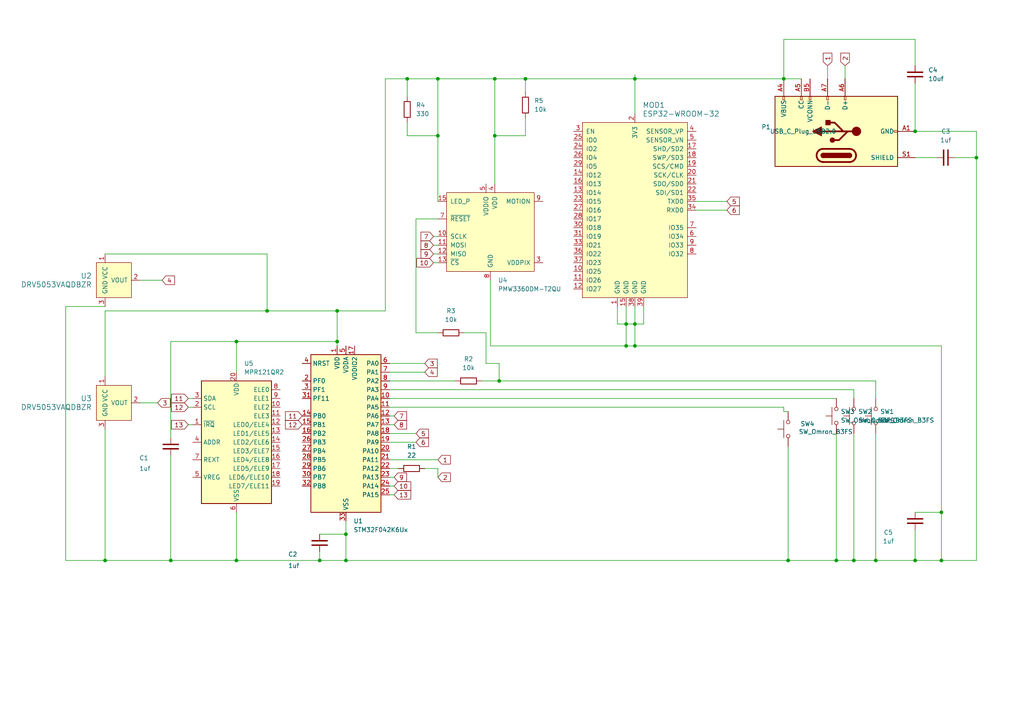
<source format=kicad_sch>
(kicad_sch
	(version 20231120)
	(generator "eeschema")
	(generator_version "8.0")
	(uuid "006a33cd-7267-4b74-9383-9e49f369c8db")
	(paper "A4")
	(lib_symbols
		(symbol "Connector:USB_C_Plug_USB2.0"
			(pin_names
				(offset 1.016)
			)
			(exclude_from_sim no)
			(in_bom yes)
			(on_board yes)
			(property "Reference" "P"
				(at -10.16 19.05 0)
				(effects
					(font
						(size 1.27 1.27)
					)
					(justify left)
				)
			)
			(property "Value" "USB_C_Plug_USB2.0"
				(at 12.7 19.05 0)
				(effects
					(font
						(size 1.27 1.27)
					)
					(justify right)
				)
			)
			(property "Footprint" ""
				(at 3.81 0 0)
				(effects
					(font
						(size 1.27 1.27)
					)
					(hide yes)
				)
			)
			(property "Datasheet" "https://www.usb.org/sites/default/files/documents/usb_type-c.zip"
				(at 3.81 0 0)
				(effects
					(font
						(size 1.27 1.27)
					)
					(hide yes)
				)
			)
			(property "Description" "USB 2.0-only Type-C Plug connector"
				(at 0 0 0)
				(effects
					(font
						(size 1.27 1.27)
					)
					(hide yes)
				)
			)
			(property "ki_keywords" "usb universal serial bus type-C USB2.0"
				(at 0 0 0)
				(effects
					(font
						(size 1.27 1.27)
					)
					(hide yes)
				)
			)
			(property "ki_fp_filters" "USB*C*Plug*"
				(at 0 0 0)
				(effects
					(font
						(size 1.27 1.27)
					)
					(hide yes)
				)
			)
			(symbol "USB_C_Plug_USB2.0_0_0"
				(rectangle
					(start -0.254 -17.78)
					(end 0.254 -16.764)
					(stroke
						(width 0)
						(type default)
					)
					(fill
						(type none)
					)
				)
				(rectangle
					(start 10.16 -2.286)
					(end 9.144 -2.794)
					(stroke
						(width 0)
						(type default)
					)
					(fill
						(type none)
					)
				)
				(rectangle
					(start 10.16 2.794)
					(end 9.144 2.286)
					(stroke
						(width 0)
						(type default)
					)
					(fill
						(type none)
					)
				)
				(rectangle
					(start 10.16 7.874)
					(end 9.144 7.366)
					(stroke
						(width 0)
						(type default)
					)
					(fill
						(type none)
					)
				)
				(rectangle
					(start 10.16 10.414)
					(end 9.144 9.906)
					(stroke
						(width 0)
						(type default)
					)
					(fill
						(type none)
					)
				)
				(rectangle
					(start 10.16 15.494)
					(end 9.144 14.986)
					(stroke
						(width 0)
						(type default)
					)
					(fill
						(type none)
					)
				)
			)
			(symbol "USB_C_Plug_USB2.0_0_1"
				(rectangle
					(start -10.16 17.78)
					(end 10.16 -17.78)
					(stroke
						(width 0.254)
						(type default)
					)
					(fill
						(type background)
					)
				)
				(arc
					(start -8.89 -3.81)
					(mid -6.985 -5.7067)
					(end -5.08 -3.81)
					(stroke
						(width 0.508)
						(type default)
					)
					(fill
						(type none)
					)
				)
				(arc
					(start -7.62 -3.81)
					(mid -6.985 -4.4423)
					(end -6.35 -3.81)
					(stroke
						(width 0.254)
						(type default)
					)
					(fill
						(type none)
					)
				)
				(arc
					(start -7.62 -3.81)
					(mid -6.985 -4.4423)
					(end -6.35 -3.81)
					(stroke
						(width 0.254)
						(type default)
					)
					(fill
						(type outline)
					)
				)
				(rectangle
					(start -7.62 -3.81)
					(end -6.35 3.81)
					(stroke
						(width 0.254)
						(type default)
					)
					(fill
						(type outline)
					)
				)
				(arc
					(start -6.35 3.81)
					(mid -6.985 4.4423)
					(end -7.62 3.81)
					(stroke
						(width 0.254)
						(type default)
					)
					(fill
						(type none)
					)
				)
				(arc
					(start -6.35 3.81)
					(mid -6.985 4.4423)
					(end -7.62 3.81)
					(stroke
						(width 0.254)
						(type default)
					)
					(fill
						(type outline)
					)
				)
				(arc
					(start -5.08 3.81)
					(mid -6.985 5.7067)
					(end -8.89 3.81)
					(stroke
						(width 0.508)
						(type default)
					)
					(fill
						(type none)
					)
				)
				(circle
					(center -2.54 1.143)
					(radius 0.635)
					(stroke
						(width 0.254)
						(type default)
					)
					(fill
						(type outline)
					)
				)
				(circle
					(center 0 -5.842)
					(radius 1.27)
					(stroke
						(width 0)
						(type default)
					)
					(fill
						(type outline)
					)
				)
				(polyline
					(pts
						(xy -8.89 -3.81) (xy -8.89 3.81)
					)
					(stroke
						(width 0.508)
						(type default)
					)
					(fill
						(type none)
					)
				)
				(polyline
					(pts
						(xy -5.08 3.81) (xy -5.08 -3.81)
					)
					(stroke
						(width 0.508)
						(type default)
					)
					(fill
						(type none)
					)
				)
				(polyline
					(pts
						(xy 0 -5.842) (xy 0 4.318)
					)
					(stroke
						(width 0.508)
						(type default)
					)
					(fill
						(type none)
					)
				)
				(polyline
					(pts
						(xy 0 -3.302) (xy -2.54 -0.762) (xy -2.54 0.508)
					)
					(stroke
						(width 0.508)
						(type default)
					)
					(fill
						(type none)
					)
				)
				(polyline
					(pts
						(xy 0 -2.032) (xy 2.54 0.508) (xy 2.54 1.778)
					)
					(stroke
						(width 0.508)
						(type default)
					)
					(fill
						(type none)
					)
				)
				(polyline
					(pts
						(xy -1.27 4.318) (xy 0 6.858) (xy 1.27 4.318) (xy -1.27 4.318)
					)
					(stroke
						(width 0.254)
						(type default)
					)
					(fill
						(type outline)
					)
				)
				(rectangle
					(start 1.905 1.778)
					(end 3.175 3.048)
					(stroke
						(width 0.254)
						(type default)
					)
					(fill
						(type outline)
					)
				)
			)
			(symbol "USB_C_Plug_USB2.0_1_1"
				(pin passive line
					(at 0 -22.86 90)
					(length 5.08)
					(name "GND"
						(effects
							(font
								(size 1.27 1.27)
							)
						)
					)
					(number "A1"
						(effects
							(font
								(size 1.27 1.27)
							)
						)
					)
				)
				(pin passive line
					(at 0 -22.86 90)
					(length 5.08) hide
					(name "GND"
						(effects
							(font
								(size 1.27 1.27)
							)
						)
					)
					(number "A12"
						(effects
							(font
								(size 1.27 1.27)
							)
						)
					)
				)
				(pin passive line
					(at 15.24 15.24 180)
					(length 5.08)
					(name "VBUS"
						(effects
							(font
								(size 1.27 1.27)
							)
						)
					)
					(number "A4"
						(effects
							(font
								(size 1.27 1.27)
							)
						)
					)
				)
				(pin bidirectional line
					(at 15.24 10.16 180)
					(length 5.08)
					(name "CC"
						(effects
							(font
								(size 1.27 1.27)
							)
						)
					)
					(number "A5"
						(effects
							(font
								(size 1.27 1.27)
							)
						)
					)
				)
				(pin bidirectional line
					(at 15.24 -2.54 180)
					(length 5.08)
					(name "D+"
						(effects
							(font
								(size 1.27 1.27)
							)
						)
					)
					(number "A6"
						(effects
							(font
								(size 1.27 1.27)
							)
						)
					)
				)
				(pin bidirectional line
					(at 15.24 2.54 180)
					(length 5.08)
					(name "D-"
						(effects
							(font
								(size 1.27 1.27)
							)
						)
					)
					(number "A7"
						(effects
							(font
								(size 1.27 1.27)
							)
						)
					)
				)
				(pin passive line
					(at 15.24 15.24 180)
					(length 5.08) hide
					(name "VBUS"
						(effects
							(font
								(size 1.27 1.27)
							)
						)
					)
					(number "A9"
						(effects
							(font
								(size 1.27 1.27)
							)
						)
					)
				)
				(pin passive line
					(at 0 -22.86 90)
					(length 5.08) hide
					(name "GND"
						(effects
							(font
								(size 1.27 1.27)
							)
						)
					)
					(number "B1"
						(effects
							(font
								(size 1.27 1.27)
							)
						)
					)
				)
				(pin passive line
					(at 0 -22.86 90)
					(length 5.08) hide
					(name "GND"
						(effects
							(font
								(size 1.27 1.27)
							)
						)
					)
					(number "B12"
						(effects
							(font
								(size 1.27 1.27)
							)
						)
					)
				)
				(pin passive line
					(at 15.24 15.24 180)
					(length 5.08) hide
					(name "VBUS"
						(effects
							(font
								(size 1.27 1.27)
							)
						)
					)
					(number "B4"
						(effects
							(font
								(size 1.27 1.27)
							)
						)
					)
				)
				(pin bidirectional line
					(at 15.24 7.62 180)
					(length 5.08)
					(name "VCONN"
						(effects
							(font
								(size 1.27 1.27)
							)
						)
					)
					(number "B5"
						(effects
							(font
								(size 1.27 1.27)
							)
						)
					)
				)
				(pin passive line
					(at 15.24 15.24 180)
					(length 5.08) hide
					(name "VBUS"
						(effects
							(font
								(size 1.27 1.27)
							)
						)
					)
					(number "B9"
						(effects
							(font
								(size 1.27 1.27)
							)
						)
					)
				)
				(pin passive line
					(at -7.62 -22.86 90)
					(length 5.08)
					(name "SHIELD"
						(effects
							(font
								(size 1.27 1.27)
							)
						)
					)
					(number "S1"
						(effects
							(font
								(size 1.27 1.27)
							)
						)
					)
				)
			)
		)
		(symbol "MCU_ST_STM32F0:STM32F042K6Ux"
			(exclude_from_sim no)
			(in_bom yes)
			(on_board yes)
			(property "Reference" "U"
				(at -10.16 24.13 0)
				(effects
					(font
						(size 1.27 1.27)
					)
					(justify left)
				)
			)
			(property "Value" "STM32F042K6Ux"
				(at 5.08 24.13 0)
				(effects
					(font
						(size 1.27 1.27)
					)
					(justify left)
				)
			)
			(property "Footprint" "Package_DFN_QFN:QFN-32-1EP_5x5mm_P0.5mm_EP3.45x3.45mm"
				(at -10.16 -22.86 0)
				(effects
					(font
						(size 1.27 1.27)
					)
					(justify right)
					(hide yes)
				)
			)
			(property "Datasheet" "https://www.st.com/resource/en/datasheet/stm32f042k6.pdf"
				(at 0 0 0)
				(effects
					(font
						(size 1.27 1.27)
					)
					(hide yes)
				)
			)
			(property "Description" "STMicroelectronics Arm Cortex-M0 MCU, 32KB flash, 6KB RAM, 48 MHz, 2.0-3.6V, 28 GPIO, UFQFPN32"
				(at 0 0 0)
				(effects
					(font
						(size 1.27 1.27)
					)
					(hide yes)
				)
			)
			(property "ki_locked" ""
				(at 0 0 0)
				(effects
					(font
						(size 1.27 1.27)
					)
				)
			)
			(property "ki_keywords" "Arm Cortex-M0 STM32F0 STM32F0x2"
				(at 0 0 0)
				(effects
					(font
						(size 1.27 1.27)
					)
					(hide yes)
				)
			)
			(property "ki_fp_filters" "QFN*1EP*5x5mm*P0.5mm*"
				(at 0 0 0)
				(effects
					(font
						(size 1.27 1.27)
					)
					(hide yes)
				)
			)
			(symbol "STM32F042K6Ux_0_1"
				(rectangle
					(start -10.16 -22.86)
					(end 10.16 22.86)
					(stroke
						(width 0.254)
						(type default)
					)
					(fill
						(type background)
					)
				)
			)
			(symbol "STM32F042K6Ux_1_1"
				(pin power_in line
					(at -2.54 25.4 270)
					(length 2.54)
					(name "VDD"
						(effects
							(font
								(size 1.27 1.27)
							)
						)
					)
					(number "1"
						(effects
							(font
								(size 1.27 1.27)
							)
						)
					)
				)
				(pin bidirectional line
					(at 12.7 10.16 180)
					(length 2.54)
					(name "PA4"
						(effects
							(font
								(size 1.27 1.27)
							)
						)
					)
					(number "10"
						(effects
							(font
								(size 1.27 1.27)
							)
						)
					)
					(alternate "ADC_IN4" bidirectional line)
					(alternate "I2S1_WS" bidirectional line)
					(alternate "SPI1_NSS" bidirectional line)
					(alternate "TIM14_CH1" bidirectional line)
					(alternate "TSC_G2_IO1" bidirectional line)
					(alternate "USART2_CK" bidirectional line)
					(alternate "USB_NOE" bidirectional line)
				)
				(pin bidirectional line
					(at 12.7 7.62 180)
					(length 2.54)
					(name "PA5"
						(effects
							(font
								(size 1.27 1.27)
							)
						)
					)
					(number "11"
						(effects
							(font
								(size 1.27 1.27)
							)
						)
					)
					(alternate "ADC_IN5" bidirectional line)
					(alternate "CEC" bidirectional line)
					(alternate "I2S1_CK" bidirectional line)
					(alternate "SPI1_SCK" bidirectional line)
					(alternate "TIM2_CH1" bidirectional line)
					(alternate "TIM2_ETR" bidirectional line)
					(alternate "TSC_G2_IO2" bidirectional line)
				)
				(pin bidirectional line
					(at 12.7 5.08 180)
					(length 2.54)
					(name "PA6"
						(effects
							(font
								(size 1.27 1.27)
							)
						)
					)
					(number "12"
						(effects
							(font
								(size 1.27 1.27)
							)
						)
					)
					(alternate "ADC_IN6" bidirectional line)
					(alternate "I2S1_MCK" bidirectional line)
					(alternate "SPI1_MISO" bidirectional line)
					(alternate "TIM16_CH1" bidirectional line)
					(alternate "TIM1_BKIN" bidirectional line)
					(alternate "TIM3_CH1" bidirectional line)
					(alternate "TSC_G2_IO3" bidirectional line)
				)
				(pin bidirectional line
					(at 12.7 2.54 180)
					(length 2.54)
					(name "PA7"
						(effects
							(font
								(size 1.27 1.27)
							)
						)
					)
					(number "13"
						(effects
							(font
								(size 1.27 1.27)
							)
						)
					)
					(alternate "ADC_IN7" bidirectional line)
					(alternate "I2S1_SD" bidirectional line)
					(alternate "SPI1_MOSI" bidirectional line)
					(alternate "TIM14_CH1" bidirectional line)
					(alternate "TIM17_CH1" bidirectional line)
					(alternate "TIM1_CH1N" bidirectional line)
					(alternate "TIM3_CH2" bidirectional line)
					(alternate "TSC_G2_IO4" bidirectional line)
				)
				(pin bidirectional line
					(at -12.7 5.08 0)
					(length 2.54)
					(name "PB0"
						(effects
							(font
								(size 1.27 1.27)
							)
						)
					)
					(number "14"
						(effects
							(font
								(size 1.27 1.27)
							)
						)
					)
					(alternate "ADC_IN8" bidirectional line)
					(alternate "TIM1_CH2N" bidirectional line)
					(alternate "TIM3_CH3" bidirectional line)
					(alternate "TSC_G3_IO2" bidirectional line)
				)
				(pin bidirectional line
					(at -12.7 2.54 0)
					(length 2.54)
					(name "PB1"
						(effects
							(font
								(size 1.27 1.27)
							)
						)
					)
					(number "15"
						(effects
							(font
								(size 1.27 1.27)
							)
						)
					)
					(alternate "ADC_IN9" bidirectional line)
					(alternate "TIM14_CH1" bidirectional line)
					(alternate "TIM1_CH3N" bidirectional line)
					(alternate "TIM3_CH4" bidirectional line)
					(alternate "TSC_G3_IO3" bidirectional line)
				)
				(pin bidirectional line
					(at -12.7 0 0)
					(length 2.54)
					(name "PB2"
						(effects
							(font
								(size 1.27 1.27)
							)
						)
					)
					(number "16"
						(effects
							(font
								(size 1.27 1.27)
							)
						)
					)
					(alternate "TSC_G3_IO4" bidirectional line)
				)
				(pin power_in line
					(at 2.54 25.4 270)
					(length 2.54)
					(name "VDDIO2"
						(effects
							(font
								(size 1.27 1.27)
							)
						)
					)
					(number "17"
						(effects
							(font
								(size 1.27 1.27)
							)
						)
					)
				)
				(pin bidirectional line
					(at 12.7 0 180)
					(length 2.54)
					(name "PA8"
						(effects
							(font
								(size 1.27 1.27)
							)
						)
					)
					(number "18"
						(effects
							(font
								(size 1.27 1.27)
							)
						)
					)
					(alternate "CRS_SYNC" bidirectional line)
					(alternate "RCC_MCO" bidirectional line)
					(alternate "TIM1_CH1" bidirectional line)
					(alternate "USART1_CK" bidirectional line)
				)
				(pin bidirectional line
					(at 12.7 -2.54 180)
					(length 2.54)
					(name "PA9"
						(effects
							(font
								(size 1.27 1.27)
							)
						)
					)
					(number "19"
						(effects
							(font
								(size 1.27 1.27)
							)
						)
					)
					(alternate "I2C1_SCL" bidirectional line)
					(alternate "TIM1_CH2" bidirectional line)
					(alternate "TSC_G4_IO1" bidirectional line)
					(alternate "USART1_TX" bidirectional line)
				)
				(pin bidirectional line
					(at -12.7 15.24 0)
					(length 2.54)
					(name "PF0"
						(effects
							(font
								(size 1.27 1.27)
							)
						)
					)
					(number "2"
						(effects
							(font
								(size 1.27 1.27)
							)
						)
					)
					(alternate "CRS_SYNC" bidirectional line)
					(alternate "I2C1_SDA" bidirectional line)
					(alternate "RCC_OSC_IN" bidirectional line)
				)
				(pin bidirectional line
					(at 12.7 -5.08 180)
					(length 2.54)
					(name "PA10"
						(effects
							(font
								(size 1.27 1.27)
							)
						)
					)
					(number "20"
						(effects
							(font
								(size 1.27 1.27)
							)
						)
					)
					(alternate "I2C1_SDA" bidirectional line)
					(alternate "TIM17_BKIN" bidirectional line)
					(alternate "TIM1_CH3" bidirectional line)
					(alternate "TSC_G4_IO2" bidirectional line)
					(alternate "USART1_RX" bidirectional line)
				)
				(pin bidirectional line
					(at 12.7 -7.62 180)
					(length 2.54)
					(name "PA11"
						(effects
							(font
								(size 1.27 1.27)
							)
						)
					)
					(number "21"
						(effects
							(font
								(size 1.27 1.27)
							)
						)
					)
					(alternate "CAN_RX" bidirectional line)
					(alternate "I2C1_SCL" bidirectional line)
					(alternate "TIM1_CH4" bidirectional line)
					(alternate "TSC_G4_IO3" bidirectional line)
					(alternate "USART1_CTS" bidirectional line)
					(alternate "USB_DM" bidirectional line)
				)
				(pin bidirectional line
					(at 12.7 -10.16 180)
					(length 2.54)
					(name "PA12"
						(effects
							(font
								(size 1.27 1.27)
							)
						)
					)
					(number "22"
						(effects
							(font
								(size 1.27 1.27)
							)
						)
					)
					(alternate "CAN_TX" bidirectional line)
					(alternate "I2C1_SDA" bidirectional line)
					(alternate "TIM1_ETR" bidirectional line)
					(alternate "TSC_G4_IO4" bidirectional line)
					(alternate "USART1_DE" bidirectional line)
					(alternate "USART1_RTS" bidirectional line)
					(alternate "USB_DP" bidirectional line)
				)
				(pin bidirectional line
					(at 12.7 -12.7 180)
					(length 2.54)
					(name "PA13"
						(effects
							(font
								(size 1.27 1.27)
							)
						)
					)
					(number "23"
						(effects
							(font
								(size 1.27 1.27)
							)
						)
					)
					(alternate "IR_OUT" bidirectional line)
					(alternate "SYS_SWDIO" bidirectional line)
					(alternate "USB_NOE" bidirectional line)
				)
				(pin bidirectional line
					(at 12.7 -15.24 180)
					(length 2.54)
					(name "PA14"
						(effects
							(font
								(size 1.27 1.27)
							)
						)
					)
					(number "24"
						(effects
							(font
								(size 1.27 1.27)
							)
						)
					)
					(alternate "SYS_SWCLK" bidirectional line)
					(alternate "USART2_TX" bidirectional line)
				)
				(pin bidirectional line
					(at 12.7 -17.78 180)
					(length 2.54)
					(name "PA15"
						(effects
							(font
								(size 1.27 1.27)
							)
						)
					)
					(number "25"
						(effects
							(font
								(size 1.27 1.27)
							)
						)
					)
					(alternate "I2S1_WS" bidirectional line)
					(alternate "SPI1_NSS" bidirectional line)
					(alternate "TIM2_CH1" bidirectional line)
					(alternate "TIM2_ETR" bidirectional line)
					(alternate "USART2_RX" bidirectional line)
					(alternate "USB_NOE" bidirectional line)
				)
				(pin bidirectional line
					(at -12.7 -2.54 0)
					(length 2.54)
					(name "PB3"
						(effects
							(font
								(size 1.27 1.27)
							)
						)
					)
					(number "26"
						(effects
							(font
								(size 1.27 1.27)
							)
						)
					)
					(alternate "I2S1_CK" bidirectional line)
					(alternate "SPI1_SCK" bidirectional line)
					(alternate "TIM2_CH2" bidirectional line)
					(alternate "TSC_G5_IO1" bidirectional line)
				)
				(pin bidirectional line
					(at -12.7 -5.08 0)
					(length 2.54)
					(name "PB4"
						(effects
							(font
								(size 1.27 1.27)
							)
						)
					)
					(number "27"
						(effects
							(font
								(size 1.27 1.27)
							)
						)
					)
					(alternate "I2S1_MCK" bidirectional line)
					(alternate "SPI1_MISO" bidirectional line)
					(alternate "TIM17_BKIN" bidirectional line)
					(alternate "TIM3_CH1" bidirectional line)
					(alternate "TSC_G5_IO2" bidirectional line)
				)
				(pin bidirectional line
					(at -12.7 -7.62 0)
					(length 2.54)
					(name "PB5"
						(effects
							(font
								(size 1.27 1.27)
							)
						)
					)
					(number "28"
						(effects
							(font
								(size 1.27 1.27)
							)
						)
					)
					(alternate "I2C1_SMBA" bidirectional line)
					(alternate "I2S1_SD" bidirectional line)
					(alternate "SPI1_MOSI" bidirectional line)
					(alternate "SYS_WKUP6" bidirectional line)
					(alternate "TIM16_BKIN" bidirectional line)
					(alternate "TIM3_CH2" bidirectional line)
				)
				(pin bidirectional line
					(at -12.7 -10.16 0)
					(length 2.54)
					(name "PB6"
						(effects
							(font
								(size 1.27 1.27)
							)
						)
					)
					(number "29"
						(effects
							(font
								(size 1.27 1.27)
							)
						)
					)
					(alternate "I2C1_SCL" bidirectional line)
					(alternate "TIM16_CH1N" bidirectional line)
					(alternate "TSC_G5_IO3" bidirectional line)
					(alternate "USART1_TX" bidirectional line)
				)
				(pin bidirectional line
					(at -12.7 12.7 0)
					(length 2.54)
					(name "PF1"
						(effects
							(font
								(size 1.27 1.27)
							)
						)
					)
					(number "3"
						(effects
							(font
								(size 1.27 1.27)
							)
						)
					)
					(alternate "I2C1_SCL" bidirectional line)
					(alternate "RCC_OSC_OUT" bidirectional line)
				)
				(pin bidirectional line
					(at -12.7 -12.7 0)
					(length 2.54)
					(name "PB7"
						(effects
							(font
								(size 1.27 1.27)
							)
						)
					)
					(number "30"
						(effects
							(font
								(size 1.27 1.27)
							)
						)
					)
					(alternate "I2C1_SDA" bidirectional line)
					(alternate "TIM17_CH1N" bidirectional line)
					(alternate "TSC_G5_IO4" bidirectional line)
					(alternate "USART1_RX" bidirectional line)
				)
				(pin bidirectional line
					(at -12.7 10.16 0)
					(length 2.54)
					(name "PF11"
						(effects
							(font
								(size 1.27 1.27)
							)
						)
					)
					(number "31"
						(effects
							(font
								(size 1.27 1.27)
							)
						)
					)
				)
				(pin bidirectional line
					(at -12.7 -15.24 0)
					(length 2.54)
					(name "PB8"
						(effects
							(font
								(size 1.27 1.27)
							)
						)
					)
					(number "32"
						(effects
							(font
								(size 1.27 1.27)
							)
						)
					)
					(alternate "CAN_RX" bidirectional line)
					(alternate "CEC" bidirectional line)
					(alternate "I2C1_SCL" bidirectional line)
					(alternate "TIM16_CH1" bidirectional line)
					(alternate "TSC_SYNC" bidirectional line)
				)
				(pin power_in line
					(at 0 -25.4 90)
					(length 2.54)
					(name "VSS"
						(effects
							(font
								(size 1.27 1.27)
							)
						)
					)
					(number "33"
						(effects
							(font
								(size 1.27 1.27)
							)
						)
					)
				)
				(pin input line
					(at -12.7 20.32 0)
					(length 2.54)
					(name "NRST"
						(effects
							(font
								(size 1.27 1.27)
							)
						)
					)
					(number "4"
						(effects
							(font
								(size 1.27 1.27)
							)
						)
					)
				)
				(pin power_in line
					(at 0 25.4 270)
					(length 2.54)
					(name "VDDA"
						(effects
							(font
								(size 1.27 1.27)
							)
						)
					)
					(number "5"
						(effects
							(font
								(size 1.27 1.27)
							)
						)
					)
				)
				(pin bidirectional line
					(at 12.7 20.32 180)
					(length 2.54)
					(name "PA0"
						(effects
							(font
								(size 1.27 1.27)
							)
						)
					)
					(number "6"
						(effects
							(font
								(size 1.27 1.27)
							)
						)
					)
					(alternate "ADC_IN0" bidirectional line)
					(alternate "RTC_TAMP2" bidirectional line)
					(alternate "SYS_WKUP1" bidirectional line)
					(alternate "TIM2_CH1" bidirectional line)
					(alternate "TIM2_ETR" bidirectional line)
					(alternate "TSC_G1_IO1" bidirectional line)
					(alternate "USART2_CTS" bidirectional line)
				)
				(pin bidirectional line
					(at 12.7 17.78 180)
					(length 2.54)
					(name "PA1"
						(effects
							(font
								(size 1.27 1.27)
							)
						)
					)
					(number "7"
						(effects
							(font
								(size 1.27 1.27)
							)
						)
					)
					(alternate "ADC_IN1" bidirectional line)
					(alternate "TIM2_CH2" bidirectional line)
					(alternate "TSC_G1_IO2" bidirectional line)
					(alternate "USART2_DE" bidirectional line)
					(alternate "USART2_RTS" bidirectional line)
				)
				(pin bidirectional line
					(at 12.7 15.24 180)
					(length 2.54)
					(name "PA2"
						(effects
							(font
								(size 1.27 1.27)
							)
						)
					)
					(number "8"
						(effects
							(font
								(size 1.27 1.27)
							)
						)
					)
					(alternate "ADC_IN2" bidirectional line)
					(alternate "SYS_WKUP4" bidirectional line)
					(alternate "TIM2_CH3" bidirectional line)
					(alternate "TSC_G1_IO3" bidirectional line)
					(alternate "USART2_TX" bidirectional line)
				)
				(pin bidirectional line
					(at 12.7 12.7 180)
					(length 2.54)
					(name "PA3"
						(effects
							(font
								(size 1.27 1.27)
							)
						)
					)
					(number "9"
						(effects
							(font
								(size 1.27 1.27)
							)
						)
					)
					(alternate "ADC_IN3" bidirectional line)
					(alternate "TIM2_CH4" bidirectional line)
					(alternate "TSC_G1_IO4" bidirectional line)
					(alternate "USART2_RX" bidirectional line)
				)
			)
		)
		(symbol "PCM_SL_Devices:Capacitor_NP"
			(exclude_from_sim no)
			(in_bom yes)
			(on_board yes)
			(property "Reference" "C"
				(at 0 6.35 0)
				(effects
					(font
						(size 1.27 1.27)
					)
				)
			)
			(property "Value" "Capacitor_NP"
				(at 0 3.81 0)
				(effects
					(font
						(size 1.27 1.27)
					)
				)
			)
			(property "Footprint" "Capacitor_THT:C_Disc_D3.0mm_W2.0mm_P2.50mm"
				(at 0 -3.81 0)
				(effects
					(font
						(size 1.27 1.27)
					)
					(hide yes)
				)
			)
			(property "Datasheet" ""
				(at 0 0 0)
				(effects
					(font
						(size 1.27 1.27)
					)
					(hide yes)
				)
			)
			(property "Description" "Unpolarized Capacitor"
				(at 0 0 0)
				(effects
					(font
						(size 1.27 1.27)
					)
					(hide yes)
				)
			)
			(property "ki_keywords" "Capacitor"
				(at 0 0 0)
				(effects
					(font
						(size 1.27 1.27)
					)
					(hide yes)
				)
			)
			(property "ki_fp_filters" "Capacitor_THT:C_Rect_L7.0mm_W3.5mm_P5.00mm Capacitor_THT:C_Rect_L7.0mm_W4.5mm_P5.00mm Capacitor_THT:C_Rect_L29.0mm_W7.6mm_P27.50mm_MKT Capacitor_THT:C_Rect_L24.0mm_W7.0mm_P22.50mm_MKT Capacitor_THT:C_Rect_L11.5mm_W5.0mm_P10.00mm_MKT Capacitor_THT:C_Rect_L9.0mm_W3.6mm_P7.50mm_MKT"
				(at 0 0 0)
				(effects
					(font
						(size 1.27 1.27)
					)
					(hide yes)
				)
			)
			(symbol "Capacitor_NP_0_1"
				(rectangle
					(start -0.762 2.286)
					(end -0.508 -2.286)
					(stroke
						(width 0)
						(type default)
					)
					(fill
						(type outline)
					)
				)
				(rectangle
					(start 0.508 2.286)
					(end 0.762 -2.286)
					(stroke
						(width 0)
						(type default)
					)
					(fill
						(type outline)
					)
				)
			)
			(symbol "Capacitor_NP_1_1"
				(pin passive line
					(at -2.54 0 0)
					(length 2)
					(name "~"
						(effects
							(font
								(size 0 0)
							)
						)
					)
					(number "1"
						(effects
							(font
								(size 0 0)
							)
						)
					)
				)
				(pin input line
					(at 2.54 0 180)
					(length 2)
					(name "~"
						(effects
							(font
								(size 0 0)
							)
						)
					)
					(number "2"
						(effects
							(font
								(size 0 0)
							)
						)
					)
				)
			)
		)
		(symbol "PCM_SL_Resistors:1.5k"
			(exclude_from_sim no)
			(in_bom yes)
			(on_board yes)
			(property "Reference" "R"
				(at 0 5.08 0)
				(effects
					(font
						(size 1.27 1.27)
					)
				)
			)
			(property "Value" "1.5k"
				(at 0 2.54 0)
				(effects
					(font
						(size 1.27 1.27)
					)
				)
			)
			(property "Footprint" "Resistor_THT:R_Axial_DIN0207_L6.3mm_D2.5mm_P10.16mm_Horizontal"
				(at 0.889 -4.318 0)
				(effects
					(font
						(size 1.27 1.27)
					)
					(hide yes)
				)
			)
			(property "Datasheet" ""
				(at 0.508 0 0)
				(effects
					(font
						(size 1.27 1.27)
					)
					(hide yes)
				)
			)
			(property "Description" "1.5kΩ, 1/4W Resistor"
				(at 0 0 0)
				(effects
					(font
						(size 1.27 1.27)
					)
					(hide yes)
				)
			)
			(property "ki_keywords" "Resistor"
				(at 0 0 0)
				(effects
					(font
						(size 1.27 1.27)
					)
					(hide yes)
				)
			)
			(property "ki_fp_filters" "Resistor_THT:R_Axial_DIN0207_L6.3mm_D2.5mm*"
				(at 0 0 0)
				(effects
					(font
						(size 1.27 1.27)
					)
					(hide yes)
				)
			)
			(symbol "1.5k_0_1"
				(rectangle
					(start -2.286 0.889)
					(end 2.286 -0.889)
					(stroke
						(width 0.24)
						(type default)
					)
					(fill
						(type none)
					)
				)
			)
			(symbol "1.5k_1_1"
				(pin passive line
					(at -3.81 0 0)
					(length 1.5)
					(name ""
						(effects
							(font
								(size 1.27 1.27)
							)
						)
					)
					(number "1"
						(effects
							(font
								(size 0 0)
							)
						)
					)
				)
				(pin passive line
					(at 3.81 0 180)
					(length 1.5)
					(name "~"
						(effects
							(font
								(size 1.27 1.27)
							)
						)
					)
					(number "2"
						(effects
							(font
								(size 0 0)
							)
						)
					)
				)
			)
		)
		(symbol "PCM_openinput:PMW3360DM-T2QU"
			(pin_names
				(offset 1.016)
			)
			(exclude_from_sim no)
			(in_bom yes)
			(on_board yes)
			(property "Reference" "U"
				(at -11.43 13.97 0)
				(effects
					(font
						(size 1.27 1.27)
					)
				)
			)
			(property "Value" "PMW3360DM-T2QU"
				(at 8.89 -11.43 0)
				(effects
					(font
						(size 1.27 1.27)
					)
				)
			)
			(property "Footprint" "openinput:PXI-DIP-16"
				(at 0 0 0)
				(effects
					(font
						(size 1.27 1.27)
					)
					(hide yes)
				)
			)
			(property "Datasheet" "https://www.epsglobal.com/Media-Library/EPSGlobal/Products/files/pixart/PMW3360DM-T2QU.pdf"
				(at -8.89 13.97 0)
				(effects
					(font
						(size 1.27 1.27)
					)
					(hide yes)
				)
			)
			(property "Description" "Optical Gaming Navigation Sensor"
				(at 0 0 0)
				(effects
					(font
						(size 1.27 1.27)
					)
					(hide yes)
				)
			)
			(property "ki_keywords" "Optical Gaming Navigation Sensor"
				(at 0 0 0)
				(effects
					(font
						(size 1.27 1.27)
					)
					(hide yes)
				)
			)
			(symbol "PMW3360DM-T2QU_0_1"
				(rectangle
					(start -12.7 12.7)
					(end 12.7 -10.16)
					(stroke
						(width 0)
						(type default)
					)
					(fill
						(type background)
					)
				)
			)
			(symbol "PMW3360DM-T2QU_1_1"
				(pin input line
					(at -15.24 0 0)
					(length 2.54)
					(name "SCLK"
						(effects
							(font
								(size 1.27 1.27)
							)
						)
					)
					(number "10"
						(effects
							(font
								(size 1.27 1.27)
							)
						)
					)
				)
				(pin input line
					(at -15.24 -2.54 0)
					(length 2.54)
					(name "MOSI"
						(effects
							(font
								(size 1.27 1.27)
							)
						)
					)
					(number "11"
						(effects
							(font
								(size 1.27 1.27)
							)
						)
					)
				)
				(pin output line
					(at -15.24 -5.08 0)
					(length 2.54)
					(name "MISO"
						(effects
							(font
								(size 1.27 1.27)
							)
						)
					)
					(number "12"
						(effects
							(font
								(size 1.27 1.27)
							)
						)
					)
				)
				(pin input line
					(at -15.24 -7.62 0)
					(length 2.54)
					(name "~{CS}"
						(effects
							(font
								(size 1.27 1.27)
							)
						)
					)
					(number "13"
						(effects
							(font
								(size 1.27 1.27)
							)
						)
					)
				)
				(pin input line
					(at -15.24 10.16 0)
					(length 2.54)
					(name "LED_P"
						(effects
							(font
								(size 1.27 1.27)
							)
						)
					)
					(number "15"
						(effects
							(font
								(size 1.27 1.27)
							)
						)
					)
				)
				(pin power_out line
					(at 15.24 -7.62 180)
					(length 2.54)
					(name "VDDPIX"
						(effects
							(font
								(size 1.27 1.27)
							)
						)
					)
					(number "3"
						(effects
							(font
								(size 1.27 1.27)
							)
						)
					)
				)
				(pin power_in line
					(at 1.27 15.24 270)
					(length 2.54)
					(name "VDD"
						(effects
							(font
								(size 1.27 1.27)
							)
						)
					)
					(number "4"
						(effects
							(font
								(size 1.27 1.27)
							)
						)
					)
				)
				(pin power_in line
					(at -1.27 15.24 270)
					(length 2.54)
					(name "VDDIO"
						(effects
							(font
								(size 1.27 1.27)
							)
						)
					)
					(number "5"
						(effects
							(font
								(size 1.27 1.27)
							)
						)
					)
				)
				(pin input line
					(at -15.24 5.08 0)
					(length 2.54)
					(name "~{RESET}"
						(effects
							(font
								(size 1.27 1.27)
							)
						)
					)
					(number "7"
						(effects
							(font
								(size 1.27 1.27)
							)
						)
					)
				)
				(pin power_in line
					(at 0 -12.7 90)
					(length 2.54)
					(name "GND"
						(effects
							(font
								(size 1.27 1.27)
							)
						)
					)
					(number "8"
						(effects
							(font
								(size 1.27 1.27)
							)
						)
					)
				)
				(pin output line
					(at 15.24 10.16 180)
					(length 2.54)
					(name "MOTION"
						(effects
							(font
								(size 1.27 1.27)
							)
						)
					)
					(number "9"
						(effects
							(font
								(size 1.27 1.27)
							)
						)
					)
				)
			)
		)
		(symbol "Sensor_Touch:MPR121QR2"
			(exclude_from_sim no)
			(in_bom yes)
			(on_board yes)
			(property "Reference" "U"
				(at -10.16 19.05 0)
				(effects
					(font
						(size 1.27 1.27)
					)
				)
			)
			(property "Value" "MPR121QR2"
				(at 6.35 19.05 0)
				(effects
					(font
						(size 1.27 1.27)
					)
				)
			)
			(property "Footprint" "Package_DFN_QFN:UQFN-20_3x3mm_P0.4mm"
				(at 0 -19.05 0)
				(effects
					(font
						(size 1.27 1.27)
					)
					(hide yes)
				)
			)
			(property "Datasheet" "https://resurgentsemi.com/wp-content/uploads/2018/09/MPR121_rev5-Resurgent.pdf?d453f8&d453f8"
				(at -11.43 -7.62 0)
				(effects
					(font
						(size 1.27 1.27)
					)
					(hide yes)
				)
			)
			(property "Description" "12ch Touch Sensor controller, UQFN-20"
				(at 0 0 0)
				(effects
					(font
						(size 1.27 1.27)
					)
					(hide yes)
				)
			)
			(property "ki_keywords" "Touch Sensor 12ch"
				(at 0 0 0)
				(effects
					(font
						(size 1.27 1.27)
					)
					(hide yes)
				)
			)
			(property "ki_fp_filters" "UQFN*3x3mm*P0.4mm*"
				(at 0 0 0)
				(effects
					(font
						(size 1.27 1.27)
					)
					(hide yes)
				)
			)
			(symbol "MPR121QR2_0_1"
				(rectangle
					(start -10.16 17.78)
					(end 10.16 -17.78)
					(stroke
						(width 0.254)
						(type default)
					)
					(fill
						(type background)
					)
				)
			)
			(symbol "MPR121QR2_1_1"
				(pin open_collector line
					(at -12.7 5.08 0)
					(length 2.54)
					(name "~{IRQ}"
						(effects
							(font
								(size 1.27 1.27)
							)
						)
					)
					(number "1"
						(effects
							(font
								(size 1.27 1.27)
							)
						)
					)
				)
				(pin passive line
					(at 12.7 10.16 180)
					(length 2.54)
					(name "ELE2"
						(effects
							(font
								(size 1.27 1.27)
							)
						)
					)
					(number "10"
						(effects
							(font
								(size 1.27 1.27)
							)
						)
					)
				)
				(pin passive line
					(at 12.7 7.62 180)
					(length 2.54)
					(name "ELE3"
						(effects
							(font
								(size 1.27 1.27)
							)
						)
					)
					(number "11"
						(effects
							(font
								(size 1.27 1.27)
							)
						)
					)
				)
				(pin passive line
					(at 12.7 5.08 180)
					(length 2.54)
					(name "LED0/ELE4"
						(effects
							(font
								(size 1.27 1.27)
							)
						)
					)
					(number "12"
						(effects
							(font
								(size 1.27 1.27)
							)
						)
					)
				)
				(pin passive line
					(at 12.7 2.54 180)
					(length 2.54)
					(name "LED1/ELE5"
						(effects
							(font
								(size 1.27 1.27)
							)
						)
					)
					(number "13"
						(effects
							(font
								(size 1.27 1.27)
							)
						)
					)
				)
				(pin passive line
					(at 12.7 0 180)
					(length 2.54)
					(name "LED2/ELE6"
						(effects
							(font
								(size 1.27 1.27)
							)
						)
					)
					(number "14"
						(effects
							(font
								(size 1.27 1.27)
							)
						)
					)
				)
				(pin passive line
					(at 12.7 -2.54 180)
					(length 2.54)
					(name "LED3/ELE7"
						(effects
							(font
								(size 1.27 1.27)
							)
						)
					)
					(number "15"
						(effects
							(font
								(size 1.27 1.27)
							)
						)
					)
				)
				(pin passive line
					(at 12.7 -5.08 180)
					(length 2.54)
					(name "LED4/ELE8"
						(effects
							(font
								(size 1.27 1.27)
							)
						)
					)
					(number "16"
						(effects
							(font
								(size 1.27 1.27)
							)
						)
					)
				)
				(pin passive line
					(at 12.7 -7.62 180)
					(length 2.54)
					(name "LED5/ELE9"
						(effects
							(font
								(size 1.27 1.27)
							)
						)
					)
					(number "17"
						(effects
							(font
								(size 1.27 1.27)
							)
						)
					)
				)
				(pin passive line
					(at 12.7 -10.16 180)
					(length 2.54)
					(name "LED6/ELE10"
						(effects
							(font
								(size 1.27 1.27)
							)
						)
					)
					(number "18"
						(effects
							(font
								(size 1.27 1.27)
							)
						)
					)
				)
				(pin passive line
					(at 12.7 -12.7 180)
					(length 2.54)
					(name "LED7/ELE11"
						(effects
							(font
								(size 1.27 1.27)
							)
						)
					)
					(number "19"
						(effects
							(font
								(size 1.27 1.27)
							)
						)
					)
				)
				(pin input line
					(at -12.7 10.16 0)
					(length 2.54)
					(name "SCL"
						(effects
							(font
								(size 1.27 1.27)
							)
						)
					)
					(number "2"
						(effects
							(font
								(size 1.27 1.27)
							)
						)
					)
				)
				(pin power_in line
					(at 0 20.32 270)
					(length 2.54)
					(name "VDD"
						(effects
							(font
								(size 1.27 1.27)
							)
						)
					)
					(number "20"
						(effects
							(font
								(size 1.27 1.27)
							)
						)
					)
				)
				(pin bidirectional line
					(at -12.7 12.7 0)
					(length 2.54)
					(name "SDA"
						(effects
							(font
								(size 1.27 1.27)
							)
						)
					)
					(number "3"
						(effects
							(font
								(size 1.27 1.27)
							)
						)
					)
				)
				(pin input line
					(at -12.7 0 0)
					(length 2.54)
					(name "ADDR"
						(effects
							(font
								(size 1.27 1.27)
							)
						)
					)
					(number "4"
						(effects
							(font
								(size 1.27 1.27)
							)
						)
					)
				)
				(pin passive line
					(at -12.7 -10.16 0)
					(length 2.54)
					(name "VREG"
						(effects
							(font
								(size 1.27 1.27)
							)
						)
					)
					(number "5"
						(effects
							(font
								(size 1.27 1.27)
							)
						)
					)
				)
				(pin power_in line
					(at 0 -20.32 90)
					(length 2.54)
					(name "VSS"
						(effects
							(font
								(size 1.27 1.27)
							)
						)
					)
					(number "6"
						(effects
							(font
								(size 1.27 1.27)
							)
						)
					)
				)
				(pin passive line
					(at -12.7 -5.08 0)
					(length 2.54)
					(name "REXT"
						(effects
							(font
								(size 1.27 1.27)
							)
						)
					)
					(number "7"
						(effects
							(font
								(size 1.27 1.27)
							)
						)
					)
				)
				(pin passive line
					(at 12.7 15.24 180)
					(length 2.54)
					(name "ELE0"
						(effects
							(font
								(size 1.27 1.27)
							)
						)
					)
					(number "8"
						(effects
							(font
								(size 1.27 1.27)
							)
						)
					)
				)
				(pin passive line
					(at 12.7 12.7 180)
					(length 2.54)
					(name "ELE1"
						(effects
							(font
								(size 1.27 1.27)
							)
						)
					)
					(number "9"
						(effects
							(font
								(size 1.27 1.27)
							)
						)
					)
				)
			)
		)
		(symbol "Switch:SW_Omron_B3FS"
			(pin_numbers hide)
			(pin_names
				(offset 1.016) hide)
			(exclude_from_sim no)
			(in_bom yes)
			(on_board yes)
			(property "Reference" "SW"
				(at 1.27 2.54 0)
				(effects
					(font
						(size 1.27 1.27)
					)
					(justify left)
				)
			)
			(property "Value" "SW_Omron_B3FS"
				(at 0 -1.524 0)
				(effects
					(font
						(size 1.27 1.27)
					)
				)
			)
			(property "Footprint" ""
				(at 0 5.08 0)
				(effects
					(font
						(size 1.27 1.27)
					)
					(hide yes)
				)
			)
			(property "Datasheet" "https://omronfs.omron.com/en_US/ecb/products/pdf/en-b3fs.pdf"
				(at 0 5.08 0)
				(effects
					(font
						(size 1.27 1.27)
					)
					(hide yes)
				)
			)
			(property "Description" "Omron B3FS 6x6mm single pole normally-open tactile switch"
				(at 0 0 0)
				(effects
					(font
						(size 1.27 1.27)
					)
					(hide yes)
				)
			)
			(property "ki_keywords" "switch normally-open pushbutton push-button"
				(at 0 0 0)
				(effects
					(font
						(size 1.27 1.27)
					)
					(hide yes)
				)
			)
			(property "ki_fp_filters" "SW*Omron*B3FS*"
				(at 0 0 0)
				(effects
					(font
						(size 1.27 1.27)
					)
					(hide yes)
				)
			)
			(symbol "SW_Omron_B3FS_0_1"
				(circle
					(center -2.032 0)
					(radius 0.508)
					(stroke
						(width 0)
						(type default)
					)
					(fill
						(type none)
					)
				)
				(polyline
					(pts
						(xy 0 1.27) (xy 0 3.048)
					)
					(stroke
						(width 0)
						(type default)
					)
					(fill
						(type none)
					)
				)
				(polyline
					(pts
						(xy 2.54 1.27) (xy -2.54 1.27)
					)
					(stroke
						(width 0)
						(type default)
					)
					(fill
						(type none)
					)
				)
				(circle
					(center 2.032 0)
					(radius 0.508)
					(stroke
						(width 0)
						(type default)
					)
					(fill
						(type none)
					)
				)
				(pin passive line
					(at -5.08 0 0)
					(length 2.54)
					(name "1"
						(effects
							(font
								(size 1.27 1.27)
							)
						)
					)
					(number "1"
						(effects
							(font
								(size 1.27 1.27)
							)
						)
					)
				)
				(pin passive line
					(at 5.08 0 180)
					(length 2.54)
					(name "2"
						(effects
							(font
								(size 1.27 1.27)
							)
						)
					)
					(number "2"
						(effects
							(font
								(size 1.27 1.27)
							)
						)
					)
				)
			)
		)
		(symbol "dk_Magnetic-Sensors-Linear-Compass-ICs:DRV5053VAQDBZR"
			(pin_names
				(offset 1.016)
			)
			(exclude_from_sim no)
			(in_bom yes)
			(on_board yes)
			(property "Reference" "U"
				(at -2.54 7.62 0)
				(effects
					(font
						(size 1.524 1.524)
					)
				)
			)
			(property "Value" "DRV5053VAQDBZR"
				(at 5.08 -7.62 0)
				(effects
					(font
						(size 1.524 1.524)
					)
					(justify left)
				)
			)
			(property "Footprint" "digikey-footprints:SOT-23-3"
				(at 5.08 5.08 0)
				(effects
					(font
						(size 1.524 1.524)
					)
					(justify left)
					(hide yes)
				)
			)
			(property "Datasheet" "http://www.ti.com/general/docs/suppproductinfo.tsp?distId=10&gotoUrl=http%3A%2F%2Fwww.ti.com%2Flit%2Fgpn%2Fdrv5053"
				(at 5.08 7.62 0)
				(effects
					(font
						(size 1.524 1.524)
					)
					(justify left)
					(hide yes)
				)
			)
			(property "Description" "SENSOR HALL ANALOG SOT23-3"
				(at 0 0 0)
				(effects
					(font
						(size 1.27 1.27)
					)
					(hide yes)
				)
			)
			(property "Digi-Key_PN" "296-38460-1-ND"
				(at 5.08 10.16 0)
				(effects
					(font
						(size 1.524 1.524)
					)
					(justify left)
					(hide yes)
				)
			)
			(property "MPN" "DRV5053VAQDBZR"
				(at 5.08 12.7 0)
				(effects
					(font
						(size 1.524 1.524)
					)
					(justify left)
					(hide yes)
				)
			)
			(property "Category" "Sensors, Transducers"
				(at 5.08 15.24 0)
				(effects
					(font
						(size 1.524 1.524)
					)
					(justify left)
					(hide yes)
				)
			)
			(property "Family" "Magnetic Sensors - Linear, Compass (ICs)"
				(at 5.08 17.78 0)
				(effects
					(font
						(size 1.524 1.524)
					)
					(justify left)
					(hide yes)
				)
			)
			(property "DK_Datasheet_Link" "http://www.ti.com/general/docs/suppproductinfo.tsp?distId=10&gotoUrl=http%3A%2F%2Fwww.ti.com%2Flit%2Fgpn%2Fdrv5053"
				(at 5.08 20.32 0)
				(effects
					(font
						(size 1.524 1.524)
					)
					(justify left)
					(hide yes)
				)
			)
			(property "DK_Detail_Page" "/product-detail/en/texas-instruments/DRV5053VAQDBZR/296-38460-1-ND/5022225"
				(at 5.08 22.86 0)
				(effects
					(font
						(size 1.524 1.524)
					)
					(justify left)
					(hide yes)
				)
			)
			(property "Description_1" "SENSOR HALL ANALOG SOT23-3"
				(at 5.08 25.4 0)
				(effects
					(font
						(size 1.524 1.524)
					)
					(justify left)
					(hide yes)
				)
			)
			(property "Manufacturer" "Texas Instruments"
				(at 5.08 27.94 0)
				(effects
					(font
						(size 1.524 1.524)
					)
					(justify left)
					(hide yes)
				)
			)
			(property "Status" "Active"
				(at 5.08 30.48 0)
				(effects
					(font
						(size 1.524 1.524)
					)
					(justify left)
					(hide yes)
				)
			)
			(property "ki_keywords" "296-38460-1-ND Automotive, AEC-Q100"
				(at 0 0 0)
				(effects
					(font
						(size 1.27 1.27)
					)
					(hide yes)
				)
			)
			(symbol "DRV5053VAQDBZR_0_1"
				(rectangle
					(start 10.16 5.08)
					(end 0 -5.08)
					(stroke
						(width 0)
						(type solid)
					)
					(fill
						(type background)
					)
				)
			)
			(symbol "DRV5053VAQDBZR_1_1"
				(pin power_in line
					(at 2.54 7.62 270)
					(length 2.54)
					(name "VCC"
						(effects
							(font
								(size 1.27 1.27)
							)
						)
					)
					(number "1"
						(effects
							(font
								(size 1.27 1.27)
							)
						)
					)
				)
				(pin output line
					(at 12.7 0 180)
					(length 2.54)
					(name "VOUT"
						(effects
							(font
								(size 1.27 1.27)
							)
						)
					)
					(number "2"
						(effects
							(font
								(size 1.27 1.27)
							)
						)
					)
				)
				(pin power_in line
					(at 2.54 -7.62 90)
					(length 2.54)
					(name "GND"
						(effects
							(font
								(size 1.27 1.27)
							)
						)
					)
					(number "3"
						(effects
							(font
								(size 1.27 1.27)
							)
						)
					)
				)
			)
		)
		(symbol "dk_RF-Transceiver-Modules:ESP32-WROOM-32"
			(pin_names
				(offset 1.016)
			)
			(exclude_from_sim no)
			(in_bom yes)
			(on_board yes)
			(property "Reference" "MOD"
				(at -10.16 1.27 0)
				(effects
					(font
						(size 1.524 1.524)
					)
					(justify left)
				)
			)
			(property "Value" "ESP32-WROOM-32"
				(at 5.08 -25.4 90)
				(effects
					(font
						(size 1.524 1.524)
					)
				)
			)
			(property "Footprint" "digikey-footprints:ESP32-WROOM-32D"
				(at 5.08 5.08 0)
				(effects
					(font
						(size 1.524 1.524)
					)
					(justify left)
					(hide yes)
				)
			)
			(property "Datasheet" "https://www.espressif.com/sites/default/files/documentation/esp32-wroom-32_datasheet_en.pdf"
				(at 5.08 7.62 0)
				(effects
					(font
						(size 1.524 1.524)
					)
					(justify left)
					(hide yes)
				)
			)
			(property "Description" "SMD MODULE, ESP32-D0WDQ6, 32MBIT"
				(at 0 0 0)
				(effects
					(font
						(size 1.27 1.27)
					)
					(hide yes)
				)
			)
			(property "Digi-Key_PN" "1904-1010-1-ND"
				(at 5.08 10.16 0)
				(effects
					(font
						(size 1.524 1.524)
					)
					(justify left)
					(hide yes)
				)
			)
			(property "MPN" "ESP32-WROOM-32"
				(at 5.08 12.7 0)
				(effects
					(font
						(size 1.524 1.524)
					)
					(justify left)
					(hide yes)
				)
			)
			(property "Category" "RF/IF and RFID"
				(at 5.08 15.24 0)
				(effects
					(font
						(size 1.524 1.524)
					)
					(justify left)
					(hide yes)
				)
			)
			(property "Family" "RF Transceiver Modules"
				(at 5.08 17.78 0)
				(effects
					(font
						(size 1.524 1.524)
					)
					(justify left)
					(hide yes)
				)
			)
			(property "DK_Datasheet_Link" "https://www.espressif.com/sites/default/files/documentation/esp32-wroom-32_datasheet_en.pdf"
				(at 5.08 20.32 0)
				(effects
					(font
						(size 1.524 1.524)
					)
					(justify left)
					(hide yes)
				)
			)
			(property "DK_Detail_Page" "/product-detail/en/espressif-systems/ESP32-WROOM-32/1904-1010-1-ND/8544305"
				(at 5.08 22.86 0)
				(effects
					(font
						(size 1.524 1.524)
					)
					(justify left)
					(hide yes)
				)
			)
			(property "Description_1" "SMD MODULE, ESP32-D0WDQ6, 32MBIT"
				(at 5.08 25.4 0)
				(effects
					(font
						(size 1.524 1.524)
					)
					(justify left)
					(hide yes)
				)
			)
			(property "Manufacturer" "Espressif Systems"
				(at 5.08 27.94 0)
				(effects
					(font
						(size 1.524 1.524)
					)
					(justify left)
					(hide yes)
				)
			)
			(property "Status" "Active"
				(at 5.08 30.48 0)
				(effects
					(font
						(size 1.524 1.524)
					)
					(justify left)
					(hide yes)
				)
			)
			(property "ki_keywords" "1904-1010-1-ND *"
				(at 0 0 0)
				(effects
					(font
						(size 1.27 1.27)
					)
					(hide yes)
				)
			)
			(symbol "ESP32-WROOM-32_0_1"
				(rectangle
					(start -10.16 0)
					(end 20.32 -50.8)
					(stroke
						(width 0)
						(type solid)
					)
					(fill
						(type background)
					)
				)
			)
			(symbol "ESP32-WROOM-32_1_1"
				(pin power_in line
					(at 0 -53.34 90)
					(length 2.54)
					(name "GND"
						(effects
							(font
								(size 1.27 1.27)
							)
						)
					)
					(number "1"
						(effects
							(font
								(size 1.27 1.27)
							)
						)
					)
				)
				(pin bidirectional line
					(at -12.7 -43.18 0)
					(length 2.54)
					(name "IO25"
						(effects
							(font
								(size 1.27 1.27)
							)
						)
					)
					(number "10"
						(effects
							(font
								(size 1.27 1.27)
							)
						)
					)
				)
				(pin bidirectional line
					(at -12.7 -45.72 0)
					(length 2.54)
					(name "IO26"
						(effects
							(font
								(size 1.27 1.27)
							)
						)
					)
					(number "11"
						(effects
							(font
								(size 1.27 1.27)
							)
						)
					)
				)
				(pin bidirectional line
					(at -12.7 -48.26 0)
					(length 2.54)
					(name "IO27"
						(effects
							(font
								(size 1.27 1.27)
							)
						)
					)
					(number "12"
						(effects
							(font
								(size 1.27 1.27)
							)
						)
					)
				)
				(pin bidirectional line
					(at -12.7 -20.32 0)
					(length 2.54)
					(name "IO14"
						(effects
							(font
								(size 1.27 1.27)
							)
						)
					)
					(number "13"
						(effects
							(font
								(size 1.27 1.27)
							)
						)
					)
				)
				(pin bidirectional line
					(at -12.7 -15.24 0)
					(length 2.54)
					(name "IO12"
						(effects
							(font
								(size 1.27 1.27)
							)
						)
					)
					(number "14"
						(effects
							(font
								(size 1.27 1.27)
							)
						)
					)
				)
				(pin power_in line
					(at 2.54 -53.34 90)
					(length 2.54)
					(name "GND"
						(effects
							(font
								(size 1.27 1.27)
							)
						)
					)
					(number "15"
						(effects
							(font
								(size 1.27 1.27)
							)
						)
					)
				)
				(pin bidirectional line
					(at -12.7 -17.78 0)
					(length 2.54)
					(name "IO13"
						(effects
							(font
								(size 1.27 1.27)
							)
						)
					)
					(number "16"
						(effects
							(font
								(size 1.27 1.27)
							)
						)
					)
				)
				(pin bidirectional line
					(at 22.86 -7.62 180)
					(length 2.54)
					(name "SHD/SD2"
						(effects
							(font
								(size 1.27 1.27)
							)
						)
					)
					(number "17"
						(effects
							(font
								(size 1.27 1.27)
							)
						)
					)
				)
				(pin bidirectional line
					(at 22.86 -10.16 180)
					(length 2.54)
					(name "SWP/SD3"
						(effects
							(font
								(size 1.27 1.27)
							)
						)
					)
					(number "18"
						(effects
							(font
								(size 1.27 1.27)
							)
						)
					)
				)
				(pin bidirectional line
					(at 22.86 -12.7 180)
					(length 2.54)
					(name "SCS/CMD"
						(effects
							(font
								(size 1.27 1.27)
							)
						)
					)
					(number "19"
						(effects
							(font
								(size 1.27 1.27)
							)
						)
					)
				)
				(pin power_in line
					(at 5.08 2.54 270)
					(length 2.54)
					(name "3V3"
						(effects
							(font
								(size 1.27 1.27)
							)
						)
					)
					(number "2"
						(effects
							(font
								(size 1.27 1.27)
							)
						)
					)
				)
				(pin bidirectional line
					(at 22.86 -15.24 180)
					(length 2.54)
					(name "SCK/CLK"
						(effects
							(font
								(size 1.27 1.27)
							)
						)
					)
					(number "20"
						(effects
							(font
								(size 1.27 1.27)
							)
						)
					)
				)
				(pin bidirectional line
					(at 22.86 -17.78 180)
					(length 2.54)
					(name "SDO/SD0"
						(effects
							(font
								(size 1.27 1.27)
							)
						)
					)
					(number "21"
						(effects
							(font
								(size 1.27 1.27)
							)
						)
					)
				)
				(pin bidirectional line
					(at 22.86 -20.32 180)
					(length 2.54)
					(name "SDI/SD1"
						(effects
							(font
								(size 1.27 1.27)
							)
						)
					)
					(number "22"
						(effects
							(font
								(size 1.27 1.27)
							)
						)
					)
				)
				(pin bidirectional line
					(at -12.7 -22.86 0)
					(length 2.54)
					(name "IO15"
						(effects
							(font
								(size 1.27 1.27)
							)
						)
					)
					(number "23"
						(effects
							(font
								(size 1.27 1.27)
							)
						)
					)
				)
				(pin bidirectional line
					(at -12.7 -7.62 0)
					(length 2.54)
					(name "IO2"
						(effects
							(font
								(size 1.27 1.27)
							)
						)
					)
					(number "24"
						(effects
							(font
								(size 1.27 1.27)
							)
						)
					)
				)
				(pin bidirectional line
					(at -12.7 -5.08 0)
					(length 2.54)
					(name "IO0"
						(effects
							(font
								(size 1.27 1.27)
							)
						)
					)
					(number "25"
						(effects
							(font
								(size 1.27 1.27)
							)
						)
					)
				)
				(pin bidirectional line
					(at -12.7 -10.16 0)
					(length 2.54)
					(name "IO4"
						(effects
							(font
								(size 1.27 1.27)
							)
						)
					)
					(number "26"
						(effects
							(font
								(size 1.27 1.27)
							)
						)
					)
				)
				(pin bidirectional line
					(at -12.7 -25.4 0)
					(length 2.54)
					(name "IO16"
						(effects
							(font
								(size 1.27 1.27)
							)
						)
					)
					(number "27"
						(effects
							(font
								(size 1.27 1.27)
							)
						)
					)
				)
				(pin bidirectional line
					(at -12.7 -27.94 0)
					(length 2.54)
					(name "IO17"
						(effects
							(font
								(size 1.27 1.27)
							)
						)
					)
					(number "28"
						(effects
							(font
								(size 1.27 1.27)
							)
						)
					)
				)
				(pin bidirectional line
					(at -12.7 -12.7 0)
					(length 2.54)
					(name "IO5"
						(effects
							(font
								(size 1.27 1.27)
							)
						)
					)
					(number "29"
						(effects
							(font
								(size 1.27 1.27)
							)
						)
					)
				)
				(pin input line
					(at -12.7 -2.54 0)
					(length 2.54)
					(name "EN"
						(effects
							(font
								(size 1.27 1.27)
							)
						)
					)
					(number "3"
						(effects
							(font
								(size 1.27 1.27)
							)
						)
					)
				)
				(pin bidirectional line
					(at -12.7 -30.48 0)
					(length 2.54)
					(name "IO18"
						(effects
							(font
								(size 1.27 1.27)
							)
						)
					)
					(number "30"
						(effects
							(font
								(size 1.27 1.27)
							)
						)
					)
				)
				(pin bidirectional line
					(at -12.7 -33.02 0)
					(length 2.54)
					(name "IO19"
						(effects
							(font
								(size 1.27 1.27)
							)
						)
					)
					(number "31"
						(effects
							(font
								(size 1.27 1.27)
							)
						)
					)
				)
				(pin no_connect line
					(at 20.32 -43.18 180)
					(length 2.54) hide
					(name "NC"
						(effects
							(font
								(size 1.27 1.27)
							)
						)
					)
					(number "32"
						(effects
							(font
								(size 1.27 1.27)
							)
						)
					)
				)
				(pin bidirectional line
					(at -12.7 -35.56 0)
					(length 2.54)
					(name "IO21"
						(effects
							(font
								(size 1.27 1.27)
							)
						)
					)
					(number "33"
						(effects
							(font
								(size 1.27 1.27)
							)
						)
					)
				)
				(pin bidirectional line
					(at 22.86 -25.4 180)
					(length 2.54)
					(name "RXD0"
						(effects
							(font
								(size 1.27 1.27)
							)
						)
					)
					(number "34"
						(effects
							(font
								(size 1.27 1.27)
							)
						)
					)
				)
				(pin bidirectional line
					(at 22.86 -22.86 180)
					(length 2.54)
					(name "TXD0"
						(effects
							(font
								(size 1.27 1.27)
							)
						)
					)
					(number "35"
						(effects
							(font
								(size 1.27 1.27)
							)
						)
					)
				)
				(pin bidirectional line
					(at -12.7 -38.1 0)
					(length 2.54)
					(name "IO22"
						(effects
							(font
								(size 1.27 1.27)
							)
						)
					)
					(number "36"
						(effects
							(font
								(size 1.27 1.27)
							)
						)
					)
				)
				(pin bidirectional line
					(at -12.7 -40.64 0)
					(length 2.54)
					(name "IO23"
						(effects
							(font
								(size 1.27 1.27)
							)
						)
					)
					(number "37"
						(effects
							(font
								(size 1.27 1.27)
							)
						)
					)
				)
				(pin power_in line
					(at 5.08 -53.34 90)
					(length 2.54)
					(name "GND"
						(effects
							(font
								(size 1.27 1.27)
							)
						)
					)
					(number "38"
						(effects
							(font
								(size 1.27 1.27)
							)
						)
					)
				)
				(pin power_in line
					(at 7.62 -53.34 90)
					(length 2.54)
					(name "GND"
						(effects
							(font
								(size 1.27 1.27)
							)
						)
					)
					(number "39"
						(effects
							(font
								(size 1.27 1.27)
							)
						)
					)
				)
				(pin input line
					(at 22.86 -2.54 180)
					(length 2.54)
					(name "SENSOR_VP"
						(effects
							(font
								(size 1.27 1.27)
							)
						)
					)
					(number "4"
						(effects
							(font
								(size 1.27 1.27)
							)
						)
					)
				)
				(pin input line
					(at 22.86 -5.08 180)
					(length 2.54)
					(name "SENSOR_VN"
						(effects
							(font
								(size 1.27 1.27)
							)
						)
					)
					(number "5"
						(effects
							(font
								(size 1.27 1.27)
							)
						)
					)
				)
				(pin bidirectional line
					(at 22.86 -33.02 180)
					(length 2.54)
					(name "IO34"
						(effects
							(font
								(size 1.27 1.27)
							)
						)
					)
					(number "6"
						(effects
							(font
								(size 1.27 1.27)
							)
						)
					)
				)
				(pin bidirectional line
					(at 22.86 -30.48 180)
					(length 2.54)
					(name "IO35"
						(effects
							(font
								(size 1.27 1.27)
							)
						)
					)
					(number "7"
						(effects
							(font
								(size 1.27 1.27)
							)
						)
					)
				)
				(pin bidirectional line
					(at 22.86 -38.1 180)
					(length 2.54)
					(name "IO32"
						(effects
							(font
								(size 1.27 1.27)
							)
						)
					)
					(number "8"
						(effects
							(font
								(size 1.27 1.27)
							)
						)
					)
				)
				(pin bidirectional line
					(at 22.86 -35.56 180)
					(length 2.54)
					(name "IO33"
						(effects
							(font
								(size 1.27 1.27)
							)
						)
					)
					(number "9"
						(effects
							(font
								(size 1.27 1.27)
							)
						)
					)
				)
			)
		)
	)
	(junction
		(at 100.33 154.94)
		(diameter 0)
		(color 0 0 0 0)
		(uuid "03ff1233-1974-4b30-80ec-b0ea0aa4c97d")
	)
	(junction
		(at 127 22.86)
		(diameter 0)
		(color 0 0 0 0)
		(uuid "25fc35f4-9e0d-4ac1-b040-f787c5b60af4")
	)
	(junction
		(at 144.78 110.49)
		(diameter 0)
		(color 0 0 0 0)
		(uuid "269f3aeb-2ca0-40e9-a8a7-1011172fe1e2")
	)
	(junction
		(at 100.33 162.56)
		(diameter 0)
		(color 0 0 0 0)
		(uuid "2c31843a-49e3-4330-a625-a99f6733477b")
	)
	(junction
		(at 92.71 162.56)
		(diameter 0)
		(color 0 0 0 0)
		(uuid "3ad03e5d-b755-45ef-a5cc-e80ab4a5d399")
	)
	(junction
		(at 227.33 22.86)
		(diameter 0)
		(color 0 0 0 0)
		(uuid "3b4c33af-234b-4ad9-aef9-5501e0d2774f")
	)
	(junction
		(at 97.79 99.06)
		(diameter 0)
		(color 0 0 0 0)
		(uuid "4cb2d054-285b-472d-acea-cf4163279cf3")
	)
	(junction
		(at 118.11 22.86)
		(diameter 0)
		(color 0 0 0 0)
		(uuid "76b4ec1e-4ab3-41d3-b216-00bdb98bf1a8")
	)
	(junction
		(at 143.51 39.37)
		(diameter 0)
		(color 0 0 0 0)
		(uuid "79f12a8f-5df2-4520-aa77-ec6a0bb00ef4")
	)
	(junction
		(at 265.43 162.56)
		(diameter 0)
		(color 0 0 0 0)
		(uuid "7c97e6bb-28f3-44c1-ab39-19ee09e6b894")
	)
	(junction
		(at 152.4 22.86)
		(diameter 0)
		(color 0 0 0 0)
		(uuid "7e2c4964-5858-4b42-8d7a-223363e3aeff")
	)
	(junction
		(at 273.05 162.56)
		(diameter 0)
		(color 0 0 0 0)
		(uuid "838c5a62-6cf1-4f06-b774-2f68fc37d414")
	)
	(junction
		(at 30.48 162.56)
		(diameter 0)
		(color 0 0 0 0)
		(uuid "89986298-8d1a-44b9-b13c-02f9baabe8ae")
	)
	(junction
		(at 68.58 162.56)
		(diameter 0)
		(color 0 0 0 0)
		(uuid "8e63ec69-0067-4b03-8d7c-d89392a29162")
	)
	(junction
		(at 265.43 38.1)
		(diameter 0)
		(color 0 0 0 0)
		(uuid "9584758c-9fde-4b56-b415-ea08af3219ad")
	)
	(junction
		(at 181.61 100.33)
		(diameter 0)
		(color 0 0 0 0)
		(uuid "9c768605-69d2-4ce3-a56d-9b395dbec054")
	)
	(junction
		(at 68.58 99.06)
		(diameter 0)
		(color 0 0 0 0)
		(uuid "9cec54f5-8902-4889-b9b9-97b6f139636d")
	)
	(junction
		(at 228.6 162.56)
		(diameter 0)
		(color 0 0 0 0)
		(uuid "a07da991-5150-411b-ac00-07eff0810717")
	)
	(junction
		(at 77.47 90.17)
		(diameter 0)
		(color 0 0 0 0)
		(uuid "a58052de-4c8f-421c-9048-9aa36273f2b3")
	)
	(junction
		(at 127 39.37)
		(diameter 0)
		(color 0 0 0 0)
		(uuid "b0979462-4d4e-4ed8-af7b-e32aafdb4fd0")
	)
	(junction
		(at 242.57 162.56)
		(diameter 0)
		(color 0 0 0 0)
		(uuid "c36d6b07-ab5e-41ea-853a-86a525757335")
	)
	(junction
		(at 254 162.56)
		(diameter 0)
		(color 0 0 0 0)
		(uuid "c910c98a-1442-4758-b7ae-12572affd742")
	)
	(junction
		(at 273.05 148.59)
		(diameter 0)
		(color 0 0 0 0)
		(uuid "ca6a4e43-fdfc-4fd7-8dfb-640214722bf9")
	)
	(junction
		(at 184.15 93.98)
		(diameter 0)
		(color 0 0 0 0)
		(uuid "d20a459a-db90-4f85-bb0f-2137b874ad19")
	)
	(junction
		(at 181.61 93.98)
		(diameter 0)
		(color 0 0 0 0)
		(uuid "d3c5cccf-2fc0-4c17-b470-0e7864736e02")
	)
	(junction
		(at 283.21 45.72)
		(diameter 0)
		(color 0 0 0 0)
		(uuid "de2f1820-9f41-463e-a334-318f06c2d564")
	)
	(junction
		(at 184.15 22.86)
		(diameter 0)
		(color 0 0 0 0)
		(uuid "e05e7c39-f6b5-4bf4-8654-32ad868a472b")
	)
	(junction
		(at 143.51 22.86)
		(diameter 0)
		(color 0 0 0 0)
		(uuid "e2abaeb7-f62d-413b-8145-aae41dce0056")
	)
	(junction
		(at 247.65 162.56)
		(diameter 0)
		(color 0 0 0 0)
		(uuid "e762ffa0-273c-4a9f-aa46-35f45a2ea661")
	)
	(junction
		(at 97.79 90.17)
		(diameter 0)
		(color 0 0 0 0)
		(uuid "effda9a2-cddc-4490-8184-74b98cb65429")
	)
	(junction
		(at 184.15 100.33)
		(diameter 0)
		(color 0 0 0 0)
		(uuid "f9aa5267-d607-4c9b-89b9-30eaf1282481")
	)
	(junction
		(at 49.53 162.56)
		(diameter 0)
		(color 0 0 0 0)
		(uuid "fd9fafd8-f39f-42ca-9a49-ba482ff269b5")
	)
	(wire
		(pts
			(xy 265.43 45.72) (xy 271.78 45.72)
		)
		(stroke
			(width 0)
			(type default)
		)
		(uuid "0103409e-43f6-462c-b103-4b3177c38b50")
	)
	(wire
		(pts
			(xy 97.79 90.17) (xy 111.76 90.17)
		)
		(stroke
			(width 0)
			(type default)
		)
		(uuid "01d8a86c-18ec-477e-90ca-2add1a366b11")
	)
	(wire
		(pts
			(xy 242.57 162.56) (xy 228.6 162.56)
		)
		(stroke
			(width 0)
			(type default)
		)
		(uuid "02154297-a752-4906-96f4-085a8581e6c8")
	)
	(wire
		(pts
			(xy 118.11 22.86) (xy 118.11 27.94)
		)
		(stroke
			(width 0)
			(type default)
		)
		(uuid "04dbe236-d9f4-4b56-802c-28e74226244a")
	)
	(wire
		(pts
			(xy 54.61 115.57) (xy 55.88 115.57)
		)
		(stroke
			(width 0)
			(type default)
		)
		(uuid "05b2e2d6-83f7-44e8-b7a0-a8902202e84d")
	)
	(wire
		(pts
			(xy 125.73 76.2) (xy 127 76.2)
		)
		(stroke
			(width 0)
			(type default)
		)
		(uuid "06388f97-918b-4f59-85ac-1358ef5858c6")
	)
	(wire
		(pts
			(xy 125.73 68.58) (xy 127 68.58)
		)
		(stroke
			(width 0)
			(type default)
		)
		(uuid "0bfb8d83-a436-4776-b24d-3ae92be132d2")
	)
	(wire
		(pts
			(xy 254 162.56) (xy 247.65 162.56)
		)
		(stroke
			(width 0)
			(type default)
		)
		(uuid "0f298e92-ee21-4563-829d-696898bcb1dd")
	)
	(wire
		(pts
			(xy 127 22.86) (xy 143.51 22.86)
		)
		(stroke
			(width 0)
			(type default)
		)
		(uuid "10930f41-280a-47ba-a362-89e0ea7c084c")
	)
	(wire
		(pts
			(xy 283.21 38.1) (xy 283.21 45.72)
		)
		(stroke
			(width 0)
			(type default)
		)
		(uuid "12d021d2-a92f-4eaa-b802-a26e8db7b15b")
	)
	(wire
		(pts
			(xy 19.05 88.9) (xy 19.05 162.56)
		)
		(stroke
			(width 0)
			(type default)
		)
		(uuid "1509510a-3876-41de-bc7f-b3f8056ffd32")
	)
	(wire
		(pts
			(xy 120.65 125.73) (xy 113.03 125.73)
		)
		(stroke
			(width 0)
			(type default)
		)
		(uuid "17579af4-a81c-4684-b607-85522478d81f")
	)
	(wire
		(pts
			(xy 227.33 119.38) (xy 228.6 119.38)
		)
		(stroke
			(width 0)
			(type default)
		)
		(uuid "176ae2ab-041e-4eaf-b065-eb25e2d3594f")
	)
	(wire
		(pts
			(xy 184.15 93.98) (xy 186.69 93.98)
		)
		(stroke
			(width 0)
			(type default)
		)
		(uuid "1995bec2-095f-44d7-8218-30e0e31476a0")
	)
	(wire
		(pts
			(xy 113.03 133.35) (xy 127 133.35)
		)
		(stroke
			(width 0)
			(type default)
		)
		(uuid "1fc7fc96-9877-45b8-8719-16844aceb290")
	)
	(wire
		(pts
			(xy 140.97 105.41) (xy 144.78 105.41)
		)
		(stroke
			(width 0)
			(type default)
		)
		(uuid "20354001-0776-49be-b744-f749472b9536")
	)
	(wire
		(pts
			(xy 118.11 22.86) (xy 127 22.86)
		)
		(stroke
			(width 0)
			(type default)
		)
		(uuid "20fa5f18-4ec6-4d34-83f2-2e376e2f04a6")
	)
	(wire
		(pts
			(xy 68.58 162.56) (xy 92.71 162.56)
		)
		(stroke
			(width 0)
			(type default)
		)
		(uuid "256a00b4-6655-4a52-909a-6049fbe376cb")
	)
	(wire
		(pts
			(xy 100.33 151.13) (xy 100.33 154.94)
		)
		(stroke
			(width 0)
			(type default)
		)
		(uuid "2887b8a4-f980-478a-b083-a5d0b5420e6d")
	)
	(wire
		(pts
			(xy 144.78 105.41) (xy 144.78 110.49)
		)
		(stroke
			(width 0)
			(type default)
		)
		(uuid "2896a94e-af15-43fe-a25b-94b7bc26f310")
	)
	(wire
		(pts
			(xy 143.51 39.37) (xy 152.4 39.37)
		)
		(stroke
			(width 0)
			(type default)
		)
		(uuid "29266339-f08d-43b3-8d55-bb4819ec6c4c")
	)
	(wire
		(pts
			(xy 123.19 107.95) (xy 113.03 107.95)
		)
		(stroke
			(width 0)
			(type default)
		)
		(uuid "2ccb37a2-f7a7-49c5-9025-c4721019c42f")
	)
	(wire
		(pts
			(xy 118.11 35.56) (xy 118.11 39.37)
		)
		(stroke
			(width 0)
			(type default)
		)
		(uuid "2dd2b947-7ccc-415f-8501-4f16043beae3")
	)
	(wire
		(pts
			(xy 184.15 100.33) (xy 273.05 100.33)
		)
		(stroke
			(width 0)
			(type default)
		)
		(uuid "2de00b2e-2b9d-44aa-8e99-6c297715dedd")
	)
	(wire
		(pts
			(xy 30.48 124.46) (xy 30.48 162.56)
		)
		(stroke
			(width 0)
			(type default)
		)
		(uuid "2f6c075e-7df0-44ba-bbee-38e4d58ebf09")
	)
	(wire
		(pts
			(xy 49.53 162.56) (xy 49.53 132.08)
		)
		(stroke
			(width 0)
			(type default)
		)
		(uuid "3091aa72-32a5-45e3-968d-fced965051bd")
	)
	(wire
		(pts
			(xy 186.69 88.9) (xy 186.69 93.98)
		)
		(stroke
			(width 0)
			(type default)
		)
		(uuid "31a540ce-51a9-4be2-a458-7a2f76550aaa")
	)
	(wire
		(pts
			(xy 184.15 21.59) (xy 184.15 22.86)
		)
		(stroke
			(width 0)
			(type default)
		)
		(uuid "32b48444-587f-4ea5-9e23-e80bad2c1fee")
	)
	(wire
		(pts
			(xy 179.07 93.98) (xy 181.61 93.98)
		)
		(stroke
			(width 0)
			(type default)
		)
		(uuid "3304514a-a787-4ca7-bfcb-ad32067f2aec")
	)
	(wire
		(pts
			(xy 240.03 19.05) (xy 240.03 22.86)
		)
		(stroke
			(width 0)
			(type default)
		)
		(uuid "3380fe25-2d87-4eeb-94c6-da6ca996dc49")
	)
	(wire
		(pts
			(xy 142.24 100.33) (xy 181.61 100.33)
		)
		(stroke
			(width 0)
			(type default)
		)
		(uuid "3546ac46-3432-4781-8ee9-fda623edade4")
	)
	(wire
		(pts
			(xy 97.79 99.06) (xy 97.79 100.33)
		)
		(stroke
			(width 0)
			(type default)
		)
		(uuid "357b9b28-f277-437c-8342-9b13c1ed473e")
	)
	(wire
		(pts
			(xy 179.07 88.9) (xy 179.07 93.98)
		)
		(stroke
			(width 0)
			(type default)
		)
		(uuid "3a890d0e-b887-466a-b607-535cb19a33bd")
	)
	(wire
		(pts
			(xy 134.62 96.52) (xy 140.97 96.52)
		)
		(stroke
			(width 0)
			(type default)
		)
		(uuid "3b1a7aab-ccc9-4fd7-a662-cabb0723c3c6")
	)
	(wire
		(pts
			(xy 127 39.37) (xy 127 58.42)
		)
		(stroke
			(width 0)
			(type default)
		)
		(uuid "3bf4ec6b-53bd-4b07-950d-7476407d4c0f")
	)
	(wire
		(pts
			(xy 210.82 60.96) (xy 201.93 60.96)
		)
		(stroke
			(width 0)
			(type default)
		)
		(uuid "3ce04fd9-326a-4270-bede-a887e30b1bc0")
	)
	(wire
		(pts
			(xy 247.65 162.56) (xy 242.57 162.56)
		)
		(stroke
			(width 0)
			(type default)
		)
		(uuid "3d761cc1-4bc2-4fc6-9159-dc580e6ed254")
	)
	(wire
		(pts
			(xy 247.65 115.57) (xy 247.65 113.03)
		)
		(stroke
			(width 0)
			(type default)
		)
		(uuid "3ebf5961-9293-4756-80ab-aa2a3f874c48")
	)
	(wire
		(pts
			(xy 30.48 90.17) (xy 77.47 90.17)
		)
		(stroke
			(width 0)
			(type default)
		)
		(uuid "402569a0-c010-46d6-85dd-be718829756b")
	)
	(wire
		(pts
			(xy 181.61 93.98) (xy 181.61 88.9)
		)
		(stroke
			(width 0)
			(type default)
		)
		(uuid "4210dee5-b976-45de-9392-e25649c1ebcc")
	)
	(wire
		(pts
			(xy 184.15 93.98) (xy 184.15 100.33)
		)
		(stroke
			(width 0)
			(type default)
		)
		(uuid "43c20c4f-ed99-445c-b8e8-2cbcba7064ed")
	)
	(wire
		(pts
			(xy 181.61 100.33) (xy 184.15 100.33)
		)
		(stroke
			(width 0)
			(type default)
		)
		(uuid "43c56c90-5e68-48e3-9f48-ff8b122deb64")
	)
	(wire
		(pts
			(xy 210.82 58.42) (xy 201.93 58.42)
		)
		(stroke
			(width 0)
			(type default)
		)
		(uuid "48326fde-57cb-43df-a5d6-170981577a0c")
	)
	(wire
		(pts
			(xy 181.61 93.98) (xy 184.15 93.98)
		)
		(stroke
			(width 0)
			(type default)
		)
		(uuid "4902a635-c0b8-48b7-a3ea-076e7cf1dfca")
	)
	(wire
		(pts
			(xy 54.61 118.11) (xy 55.88 118.11)
		)
		(stroke
			(width 0)
			(type default)
		)
		(uuid "495666d9-f5b5-4747-8108-3a65d10969f8")
	)
	(wire
		(pts
			(xy 19.05 162.56) (xy 30.48 162.56)
		)
		(stroke
			(width 0)
			(type default)
		)
		(uuid "4bca4a34-5216-42bd-a61c-2c431d29a5ee")
	)
	(wire
		(pts
			(xy 30.48 88.9) (xy 19.05 88.9)
		)
		(stroke
			(width 0)
			(type default)
		)
		(uuid "4edc6e3c-0398-4db3-8f2d-4463a26a2edc")
	)
	(wire
		(pts
			(xy 181.61 93.98) (xy 181.61 100.33)
		)
		(stroke
			(width 0)
			(type default)
		)
		(uuid "4f82e294-c520-42f5-ab0c-b45529b587d7")
	)
	(wire
		(pts
			(xy 30.48 73.66) (xy 77.47 73.66)
		)
		(stroke
			(width 0)
			(type default)
		)
		(uuid "562653ef-74b8-4cfd-a486-23a7062e8bf7")
	)
	(wire
		(pts
			(xy 100.33 162.56) (xy 228.6 162.56)
		)
		(stroke
			(width 0)
			(type default)
		)
		(uuid "5dc2cd50-3e25-42ee-9c2e-8866b5f6891f")
	)
	(wire
		(pts
			(xy 227.33 22.86) (xy 227.33 11.43)
		)
		(stroke
			(width 0)
			(type default)
		)
		(uuid "5de6e337-aa81-4d01-aa72-53889a1f514e")
	)
	(wire
		(pts
			(xy 245.11 19.05) (xy 245.11 22.86)
		)
		(stroke
			(width 0)
			(type default)
		)
		(uuid "5e7efeed-4bef-433b-b732-f4f50f45bc10")
	)
	(wire
		(pts
			(xy 184.15 88.9) (xy 184.15 93.98)
		)
		(stroke
			(width 0)
			(type default)
		)
		(uuid "5f18af98-11c5-4e3e-a77f-2e1b11e0ec65")
	)
	(wire
		(pts
			(xy 152.4 39.37) (xy 152.4 34.29)
		)
		(stroke
			(width 0)
			(type default)
		)
		(uuid "64d1350b-cef8-442b-bcc3-3a38a23e0727")
	)
	(wire
		(pts
			(xy 265.43 162.56) (xy 273.05 162.56)
		)
		(stroke
			(width 0)
			(type default)
		)
		(uuid "68f8a355-4cf3-4ae5-8a62-4f58577171eb")
	)
	(wire
		(pts
			(xy 77.47 73.66) (xy 77.47 90.17)
		)
		(stroke
			(width 0)
			(type default)
		)
		(uuid "692a9ae0-2b3b-46f3-81f9-d99179838e91")
	)
	(wire
		(pts
			(xy 120.65 63.5) (xy 120.65 96.52)
		)
		(stroke
			(width 0)
			(type default)
		)
		(uuid "6f3cc572-8f04-4467-8e3f-2246cf5b13d0")
	)
	(wire
		(pts
			(xy 114.3 140.97) (xy 113.03 140.97)
		)
		(stroke
			(width 0)
			(type default)
		)
		(uuid "7208ba14-4a30-476e-89a5-955eae07f66c")
	)
	(wire
		(pts
			(xy 273.05 148.59) (xy 273.05 162.56)
		)
		(stroke
			(width 0)
			(type default)
		)
		(uuid "724f9e27-f234-4979-87ed-5cd897f9c8a5")
	)
	(wire
		(pts
			(xy 254 162.56) (xy 265.43 162.56)
		)
		(stroke
			(width 0)
			(type default)
		)
		(uuid "736d3196-fd45-4950-a12a-48a8184c4b09")
	)
	(wire
		(pts
			(xy 113.03 115.57) (xy 242.57 115.57)
		)
		(stroke
			(width 0)
			(type default)
		)
		(uuid "74a7239a-a76a-4f3e-af64-81adf8b29393")
	)
	(wire
		(pts
			(xy 114.3 123.19) (xy 113.03 123.19)
		)
		(stroke
			(width 0)
			(type default)
		)
		(uuid "75dc0934-be07-49fd-8fa4-43cf9c92e8d8")
	)
	(wire
		(pts
			(xy 254 125.73) (xy 254 162.56)
		)
		(stroke
			(width 0)
			(type default)
		)
		(uuid "7672e8b5-aabe-4561-88ea-6247219ed329")
	)
	(wire
		(pts
			(xy 123.19 105.41) (xy 113.03 105.41)
		)
		(stroke
			(width 0)
			(type default)
		)
		(uuid "7706f91c-3425-45b7-b10e-829bc0ce7739")
	)
	(wire
		(pts
			(xy 68.58 148.59) (xy 68.58 162.56)
		)
		(stroke
			(width 0)
			(type default)
		)
		(uuid "7bbd01c3-96d2-4bbc-9b52-60e1a9e36e8a")
	)
	(wire
		(pts
			(xy 265.43 148.59) (xy 273.05 148.59)
		)
		(stroke
			(width 0)
			(type default)
		)
		(uuid "7cf38421-21e5-4cf2-bf71-f7c5b70b5025")
	)
	(wire
		(pts
			(xy 68.58 99.06) (xy 97.79 99.06)
		)
		(stroke
			(width 0)
			(type default)
		)
		(uuid "7d1f2349-5531-4b3b-a609-5716c9cf91b6")
	)
	(wire
		(pts
			(xy 227.33 22.86) (xy 232.41 22.86)
		)
		(stroke
			(width 0)
			(type default)
		)
		(uuid "7e5d88cd-2200-4bc5-9300-e7da65e3c132")
	)
	(wire
		(pts
			(xy 265.43 38.1) (xy 283.21 38.1)
		)
		(stroke
			(width 0)
			(type default)
		)
		(uuid "7f4a8e04-c501-4fcf-8112-21061e9a07ef")
	)
	(wire
		(pts
			(xy 127 22.86) (xy 127 39.37)
		)
		(stroke
			(width 0)
			(type default)
		)
		(uuid "84e82fff-d16f-4194-a560-13201c0fe79f")
	)
	(wire
		(pts
			(xy 140.97 96.52) (xy 140.97 105.41)
		)
		(stroke
			(width 0)
			(type default)
		)
		(uuid "84ee1631-455f-4626-8659-4189c936e104")
	)
	(wire
		(pts
			(xy 45.72 116.84) (xy 40.64 116.84)
		)
		(stroke
			(width 0)
			(type default)
		)
		(uuid "85eb3f9a-0aa6-46b4-bb80-630094c3659d")
	)
	(wire
		(pts
			(xy 143.51 39.37) (xy 143.51 53.34)
		)
		(stroke
			(width 0)
			(type default)
		)
		(uuid "86e2484f-acf7-4219-a498-77b693a99b84")
	)
	(wire
		(pts
			(xy 273.05 100.33) (xy 273.05 148.59)
		)
		(stroke
			(width 0)
			(type default)
		)
		(uuid "88cb03db-cc03-4b4b-8c1f-76b4a4722d25")
	)
	(wire
		(pts
			(xy 77.47 90.17) (xy 97.79 90.17)
		)
		(stroke
			(width 0)
			(type default)
		)
		(uuid "8a45022e-3c1d-48df-9a01-04a22b74e207")
	)
	(wire
		(pts
			(xy 123.19 135.89) (xy 127 135.89)
		)
		(stroke
			(width 0)
			(type default)
		)
		(uuid "8b37887f-5245-4fc0-9d4b-d41123611339")
	)
	(wire
		(pts
			(xy 265.43 153.67) (xy 265.43 162.56)
		)
		(stroke
			(width 0)
			(type default)
		)
		(uuid "8c80c6db-1560-4885-b85c-41e8674c01bf")
	)
	(wire
		(pts
			(xy 114.3 138.43) (xy 113.03 138.43)
		)
		(stroke
			(width 0)
			(type default)
		)
		(uuid "91164d8c-e558-4a7b-8e50-830880221e08")
	)
	(wire
		(pts
			(xy 273.05 162.56) (xy 283.21 162.56)
		)
		(stroke
			(width 0)
			(type default)
		)
		(uuid "970ebc5b-b764-4f9f-bceb-f4a940b8e85d")
	)
	(wire
		(pts
			(xy 143.51 22.86) (xy 143.51 39.37)
		)
		(stroke
			(width 0)
			(type default)
		)
		(uuid "98966813-922b-43cd-97ef-ea24c6b366f7")
	)
	(wire
		(pts
			(xy 54.61 123.19) (xy 55.88 123.19)
		)
		(stroke
			(width 0)
			(type default)
		)
		(uuid "9dc7247b-7b81-4163-8436-e744375aaf06")
	)
	(wire
		(pts
			(xy 242.57 125.73) (xy 242.57 162.56)
		)
		(stroke
			(width 0)
			(type default)
		)
		(uuid "9dfeea17-5977-438c-bf03-4a23757b2207")
	)
	(wire
		(pts
			(xy 283.21 45.72) (xy 283.21 162.56)
		)
		(stroke
			(width 0)
			(type default)
		)
		(uuid "9fbc4cea-ed1a-4b6c-ba31-a47f7baf7e35")
	)
	(wire
		(pts
			(xy 97.79 99.06) (xy 97.79 90.17)
		)
		(stroke
			(width 0)
			(type default)
		)
		(uuid "a6ff9f08-deec-44a7-b56c-6c804cf73cc5")
	)
	(wire
		(pts
			(xy 144.78 110.49) (xy 254 110.49)
		)
		(stroke
			(width 0)
			(type default)
		)
		(uuid "a86906d7-7cfd-4b9c-b354-3daf31785842")
	)
	(wire
		(pts
			(xy 265.43 11.43) (xy 265.43 19.05)
		)
		(stroke
			(width 0)
			(type default)
		)
		(uuid "a940e1d7-64f1-4da7-a2c2-5705d2569f4b")
	)
	(wire
		(pts
			(xy 152.4 22.86) (xy 184.15 22.86)
		)
		(stroke
			(width 0)
			(type default)
		)
		(uuid "abf0d34f-ece8-49c9-b159-8f4f37ef3fc7")
	)
	(wire
		(pts
			(xy 139.7 110.49) (xy 144.78 110.49)
		)
		(stroke
			(width 0)
			(type default)
		)
		(uuid "ae3e0c7e-846d-47f4-8072-b32e982d5f87")
	)
	(wire
		(pts
			(xy 114.3 120.65) (xy 113.03 120.65)
		)
		(stroke
			(width 0)
			(type default)
		)
		(uuid "b2e85eec-8aac-42a1-b154-17b53c01e2bb")
	)
	(wire
		(pts
			(xy 125.73 71.12) (xy 127 71.12)
		)
		(stroke
			(width 0)
			(type default)
		)
		(uuid "b32fa8f6-0a14-4a8c-87e9-3e9d2e61b0be")
	)
	(wire
		(pts
			(xy 49.53 99.06) (xy 68.58 99.06)
		)
		(stroke
			(width 0)
			(type default)
		)
		(uuid "b478cda2-b6b8-402e-9b76-85964027e606")
	)
	(wire
		(pts
			(xy 228.6 129.54) (xy 228.6 162.56)
		)
		(stroke
			(width 0)
			(type default)
		)
		(uuid "b58b2464-e024-4656-aa87-50883ade1872")
	)
	(wire
		(pts
			(xy 227.33 119.38) (xy 227.33 118.11)
		)
		(stroke
			(width 0)
			(type default)
		)
		(uuid "b76acbfe-320d-4154-bc4b-c1e2f11cb7d2")
	)
	(wire
		(pts
			(xy 92.71 160.02) (xy 92.71 162.56)
		)
		(stroke
			(width 0)
			(type default)
		)
		(uuid "b7feeb38-55b4-44b9-9e23-9c2410be0831")
	)
	(wire
		(pts
			(xy 100.33 154.94) (xy 100.33 162.56)
		)
		(stroke
			(width 0)
			(type default)
		)
		(uuid "b882202e-3231-4e61-9fa6-67298aed5987")
	)
	(wire
		(pts
			(xy 111.76 22.86) (xy 118.11 22.86)
		)
		(stroke
			(width 0)
			(type default)
		)
		(uuid "b8b2adce-2a32-40c6-872a-2e5122c23f80")
	)
	(wire
		(pts
			(xy 227.33 118.11) (xy 113.03 118.11)
		)
		(stroke
			(width 0)
			(type default)
		)
		(uuid "b9b25bd4-1718-4237-9ac3-38c6ff32911d")
	)
	(wire
		(pts
			(xy 49.53 127) (xy 49.53 99.06)
		)
		(stroke
			(width 0)
			(type default)
		)
		(uuid "bcef142a-796b-49c4-82d4-83ea2b717867")
	)
	(wire
		(pts
			(xy 30.48 109.22) (xy 30.48 90.17)
		)
		(stroke
			(width 0)
			(type default)
		)
		(uuid "bda4c72d-f045-480f-a12a-d379e7695859")
	)
	(wire
		(pts
			(xy 113.03 135.89) (xy 115.57 135.89)
		)
		(stroke
			(width 0)
			(type default)
		)
		(uuid "c160711d-05c7-40fa-85ae-bf95a4b869cc")
	)
	(wire
		(pts
			(xy 111.76 90.17) (xy 111.76 22.86)
		)
		(stroke
			(width 0)
			(type default)
		)
		(uuid "c202e61d-3d17-42b5-adec-c6262901e219")
	)
	(wire
		(pts
			(xy 120.65 96.52) (xy 127 96.52)
		)
		(stroke
			(width 0)
			(type default)
		)
		(uuid "c280704b-ee21-42b4-b392-12ef313f0730")
	)
	(wire
		(pts
			(xy 227.33 11.43) (xy 265.43 11.43)
		)
		(stroke
			(width 0)
			(type default)
		)
		(uuid "c2f9ccd4-6fbd-4ab7-9df3-6993fa6d0b95")
	)
	(wire
		(pts
			(xy 127 135.89) (xy 127 138.43)
		)
		(stroke
			(width 0)
			(type default)
		)
		(uuid "c5e9c0e2-fc65-427e-b547-38c377684050")
	)
	(wire
		(pts
			(xy 30.48 162.56) (xy 49.53 162.56)
		)
		(stroke
			(width 0)
			(type default)
		)
		(uuid "ca8a7754-bfee-429a-bb44-666d956db16a")
	)
	(wire
		(pts
			(xy 276.86 45.72) (xy 283.21 45.72)
		)
		(stroke
			(width 0)
			(type default)
		)
		(uuid "ccfeff45-403b-4c0f-addf-8e234650b979")
	)
	(wire
		(pts
			(xy 265.43 24.13) (xy 265.43 38.1)
		)
		(stroke
			(width 0)
			(type default)
		)
		(uuid "cd43f081-ad09-43bd-9b26-c7072e599976")
	)
	(wire
		(pts
			(xy 184.15 22.86) (xy 184.15 33.02)
		)
		(stroke
			(width 0)
			(type default)
		)
		(uuid "d3e071a2-c89e-49bb-b061-3191e0224316")
	)
	(wire
		(pts
			(xy 254 110.49) (xy 254 115.57)
		)
		(stroke
			(width 0)
			(type default)
		)
		(uuid "d53c902b-a966-4ae8-8a96-678dea6d8da8")
	)
	(wire
		(pts
			(xy 49.53 162.56) (xy 68.58 162.56)
		)
		(stroke
			(width 0)
			(type default)
		)
		(uuid "d622279e-2481-488c-adf9-afbe6f0ba180")
	)
	(wire
		(pts
			(xy 127 63.5) (xy 120.65 63.5)
		)
		(stroke
			(width 0)
			(type default)
		)
		(uuid "d7a2003e-1e79-4a00-b677-70c1b4981e92")
	)
	(wire
		(pts
			(xy 120.65 128.27) (xy 113.03 128.27)
		)
		(stroke
			(width 0)
			(type default)
		)
		(uuid "da41e8d3-f14e-4137-8038-88b03c545a37")
	)
	(wire
		(pts
			(xy 92.71 154.94) (xy 100.33 154.94)
		)
		(stroke
			(width 0)
			(type default)
		)
		(uuid "dab1b97e-a681-4b9d-b44b-1ad530e0a44a")
	)
	(wire
		(pts
			(xy 113.03 113.03) (xy 247.65 113.03)
		)
		(stroke
			(width 0)
			(type default)
		)
		(uuid "dc10ce6f-ea44-445f-9d74-c76067188146")
	)
	(wire
		(pts
			(xy 127 39.37) (xy 118.11 39.37)
		)
		(stroke
			(width 0)
			(type default)
		)
		(uuid "dc87e7f7-227a-4d5b-a125-5f6f8c752a36")
	)
	(wire
		(pts
			(xy 68.58 99.06) (xy 68.58 107.95)
		)
		(stroke
			(width 0)
			(type default)
		)
		(uuid "dddba60f-bab0-49d8-b613-68ee2b7e52ba")
	)
	(wire
		(pts
			(xy 114.3 143.51) (xy 113.03 143.51)
		)
		(stroke
			(width 0)
			(type default)
		)
		(uuid "e3dab4c3-0586-4a8b-9814-1dfc386461fb")
	)
	(wire
		(pts
			(xy 247.65 125.73) (xy 247.65 162.56)
		)
		(stroke
			(width 0)
			(type default)
		)
		(uuid "e5b6fc61-fc2c-49d8-befc-428b0fe2cc1c")
	)
	(wire
		(pts
			(xy 113.03 110.49) (xy 132.08 110.49)
		)
		(stroke
			(width 0)
			(type default)
		)
		(uuid "e87dee5c-fe3e-4941-93b7-fd3d47cebb71")
	)
	(wire
		(pts
			(xy 184.15 22.86) (xy 227.33 22.86)
		)
		(stroke
			(width 0)
			(type default)
		)
		(uuid "ee5c4b2a-bf3f-46bb-b7c2-03e9e6b1d5b2")
	)
	(wire
		(pts
			(xy 143.51 22.86) (xy 152.4 22.86)
		)
		(stroke
			(width 0)
			(type default)
		)
		(uuid "ee74c7ee-5860-40c6-bc8c-b9a9b494bd47")
	)
	(wire
		(pts
			(xy 46.99 81.28) (xy 40.64 81.28)
		)
		(stroke
			(width 0)
			(type default)
		)
		(uuid "eeda05a2-15c8-4b44-a241-bcd7db568c90")
	)
	(wire
		(pts
			(xy 92.71 162.56) (xy 100.33 162.56)
		)
		(stroke
			(width 0)
			(type default)
		)
		(uuid "f100230b-8fde-4923-a2eb-f208b9ba605f")
	)
	(wire
		(pts
			(xy 125.73 73.66) (xy 127 73.66)
		)
		(stroke
			(width 0)
			(type default)
		)
		(uuid "f386cf61-eb4c-4061-b37e-5c9a5f620d23")
	)
	(wire
		(pts
			(xy 142.24 81.28) (xy 142.24 100.33)
		)
		(stroke
			(width 0)
			(type default)
		)
		(uuid "f5ee28d4-3380-4600-91de-a6fc2e722846")
	)
	(wire
		(pts
			(xy 152.4 26.67) (xy 152.4 22.86)
		)
		(stroke
			(width 0)
			(type default)
		)
		(uuid "fbde2b78-bdd7-42a2-bbd1-592fa10ec855")
	)
	(global_label "7"
		(shape input)
		(at 125.73 68.58 180)
		(fields_autoplaced yes)
		(effects
			(font
				(size 1.27 1.27)
			)
			(justify right)
		)
		(uuid "06547d51-d64b-4355-9f53-d174234808c0")
		(property "Intersheetrefs" "${INTERSHEET_REFS}"
			(at 121.5353 68.58 0)
			(effects
				(font
					(size 1.27 1.27)
				)
				(justify right)
				(hide yes)
			)
		)
	)
	(global_label "10"
		(shape input)
		(at 114.3 140.97 0)
		(fields_autoplaced yes)
		(effects
			(font
				(size 1.27 1.27)
			)
			(justify left)
		)
		(uuid "304eca91-5115-4bcc-9562-ef65b1ccecd7")
		(property "Intersheetrefs" "${INTERSHEET_REFS}"
			(at 119.7042 140.97 0)
			(effects
				(font
					(size 1.27 1.27)
				)
				(justify left)
				(hide yes)
			)
		)
	)
	(global_label "1"
		(shape input)
		(at 127 133.35 0)
		(fields_autoplaced yes)
		(effects
			(font
				(size 1.27 1.27)
			)
			(justify left)
		)
		(uuid "34dbdf79-fd7e-422e-8cc3-d766408afd0d")
		(property "Intersheetrefs" "${INTERSHEET_REFS}"
			(at 131.1947 133.35 0)
			(effects
				(font
					(size 1.27 1.27)
				)
				(justify left)
				(hide yes)
			)
		)
	)
	(global_label "8"
		(shape input)
		(at 114.3 123.19 0)
		(fields_autoplaced yes)
		(effects
			(font
				(size 1.27 1.27)
			)
			(justify left)
		)
		(uuid "3588f62e-eb1c-4d45-a551-69f7aee84b80")
		(property "Intersheetrefs" "${INTERSHEET_REFS}"
			(at 118.4947 123.19 0)
			(effects
				(font
					(size 1.27 1.27)
				)
				(justify left)
				(hide yes)
			)
		)
	)
	(global_label "8"
		(shape input)
		(at 125.73 71.12 180)
		(fields_autoplaced yes)
		(effects
			(font
				(size 1.27 1.27)
			)
			(justify right)
		)
		(uuid "3fddc96f-5d03-462e-8efc-28a67b07827f")
		(property "Intersheetrefs" "${INTERSHEET_REFS}"
			(at 121.5353 71.12 0)
			(effects
				(font
					(size 1.27 1.27)
				)
				(justify right)
				(hide yes)
			)
		)
	)
	(global_label "5"
		(shape input)
		(at 210.82 58.42 0)
		(fields_autoplaced yes)
		(effects
			(font
				(size 1.27 1.27)
			)
			(justify left)
		)
		(uuid "46ba9b3f-9c88-48a8-9041-48fcaf0a861e")
		(property "Intersheetrefs" "${INTERSHEET_REFS}"
			(at 215.0147 58.42 0)
			(effects
				(font
					(size 1.27 1.27)
				)
				(justify left)
				(hide yes)
			)
		)
	)
	(global_label "6"
		(shape input)
		(at 120.65 128.27 0)
		(fields_autoplaced yes)
		(effects
			(font
				(size 1.27 1.27)
			)
			(justify left)
		)
		(uuid "4be2c974-1eec-4db9-9caf-ac3f7bc105b6")
		(property "Intersheetrefs" "${INTERSHEET_REFS}"
			(at 124.8447 128.27 0)
			(effects
				(font
					(size 1.27 1.27)
				)
				(justify left)
				(hide yes)
			)
		)
	)
	(global_label "5"
		(shape input)
		(at 120.65 125.73 0)
		(fields_autoplaced yes)
		(effects
			(font
				(size 1.27 1.27)
			)
			(justify left)
		)
		(uuid "4be5cb18-e30c-461f-8394-5d22c5f36e49")
		(property "Intersheetrefs" "${INTERSHEET_REFS}"
			(at 124.8447 125.73 0)
			(effects
				(font
					(size 1.27 1.27)
				)
				(justify left)
				(hide yes)
			)
		)
	)
	(global_label "12"
		(shape input)
		(at 54.61 118.11 180)
		(fields_autoplaced yes)
		(effects
			(font
				(size 1.27 1.27)
			)
			(justify right)
		)
		(uuid "5f035308-4dbc-4fc5-91af-22e7fd66a633")
		(property "Intersheetrefs" "${INTERSHEET_REFS}"
			(at 49.2058 118.11 0)
			(effects
				(font
					(size 1.27 1.27)
				)
				(justify right)
				(hide yes)
			)
		)
	)
	(global_label "13"
		(shape input)
		(at 114.3 143.51 0)
		(fields_autoplaced yes)
		(effects
			(font
				(size 1.27 1.27)
			)
			(justify left)
		)
		(uuid "626f9496-90d1-4be7-860c-c4912dc93b8e")
		(property "Intersheetrefs" "${INTERSHEET_REFS}"
			(at 119.7042 143.51 0)
			(effects
				(font
					(size 1.27 1.27)
				)
				(justify left)
				(hide yes)
			)
		)
	)
	(global_label "4"
		(shape input)
		(at 46.99 81.28 0)
		(fields_autoplaced yes)
		(effects
			(font
				(size 1.27 1.27)
			)
			(justify left)
		)
		(uuid "6f9d8ae5-c5f9-4f8e-9fac-25bdcc54fc84")
		(property "Intersheetrefs" "${INTERSHEET_REFS}"
			(at 51.1847 81.28 0)
			(effects
				(font
					(size 1.27 1.27)
				)
				(justify left)
				(hide yes)
			)
		)
	)
	(global_label "2"
		(shape input)
		(at 245.11 19.05 90)
		(fields_autoplaced yes)
		(effects
			(font
				(size 1.27 1.27)
			)
			(justify left)
		)
		(uuid "92992070-80dc-4bda-8ccb-2af999bc9f7a")
		(property "Intersheetrefs" "${INTERSHEET_REFS}"
			(at 245.11 14.8553 90)
			(effects
				(font
					(size 1.27 1.27)
				)
				(justify left)
				(hide yes)
			)
		)
	)
	(global_label "3"
		(shape input)
		(at 45.72 116.84 0)
		(fields_autoplaced yes)
		(effects
			(font
				(size 1.27 1.27)
			)
			(justify left)
		)
		(uuid "94658cae-7aab-4435-8336-648c3484a89e")
		(property "Intersheetrefs" "${INTERSHEET_REFS}"
			(at 49.9147 116.84 0)
			(effects
				(font
					(size 1.27 1.27)
				)
				(justify left)
				(hide yes)
			)
		)
	)
	(global_label "11"
		(shape input)
		(at 87.63 120.65 180)
		(fields_autoplaced yes)
		(effects
			(font
				(size 1.27 1.27)
			)
			(justify right)
		)
		(uuid "96409238-50ee-475a-b28c-95b8dd4c91a8")
		(property "Intersheetrefs" "${INTERSHEET_REFS}"
			(at 82.2258 120.65 0)
			(effects
				(font
					(size 1.27 1.27)
				)
				(justify right)
				(hide yes)
			)
		)
	)
	(global_label "2"
		(shape input)
		(at 127 138.43 0)
		(fields_autoplaced yes)
		(effects
			(font
				(size 1.27 1.27)
			)
			(justify left)
		)
		(uuid "a77e9001-9f4b-481c-97c1-b31e3ed9bfc3")
		(property "Intersheetrefs" "${INTERSHEET_REFS}"
			(at 131.1947 138.43 0)
			(effects
				(font
					(size 1.27 1.27)
				)
				(justify left)
				(hide yes)
			)
		)
	)
	(global_label "1"
		(shape input)
		(at 240.03 19.05 90)
		(fields_autoplaced yes)
		(effects
			(font
				(size 1.27 1.27)
			)
			(justify left)
		)
		(uuid "b75fc8a4-e171-41bd-b53f-5a8d7bbdcae8")
		(property "Intersheetrefs" "${INTERSHEET_REFS}"
			(at 240.03 14.8553 90)
			(effects
				(font
					(size 1.27 1.27)
				)
				(justify left)
				(hide yes)
			)
		)
	)
	(global_label "4"
		(shape input)
		(at 123.19 107.95 0)
		(fields_autoplaced yes)
		(effects
			(font
				(size 1.27 1.27)
			)
			(justify left)
		)
		(uuid "bde754de-f62e-4f79-80cf-49a5e4e928e7")
		(property "Intersheetrefs" "${INTERSHEET_REFS}"
			(at 127.3847 107.95 0)
			(effects
				(font
					(size 1.27 1.27)
				)
				(justify left)
				(hide yes)
			)
		)
	)
	(global_label "10"
		(shape input)
		(at 125.73 76.2 180)
		(fields_autoplaced yes)
		(effects
			(font
				(size 1.27 1.27)
			)
			(justify right)
		)
		(uuid "c1f7acb9-887a-4130-8fad-aaeb1183e8da")
		(property "Intersheetrefs" "${INTERSHEET_REFS}"
			(at 120.3258 76.2 0)
			(effects
				(font
					(size 1.27 1.27)
				)
				(justify right)
				(hide yes)
			)
		)
	)
	(global_label "6"
		(shape input)
		(at 210.82 60.96 0)
		(fields_autoplaced yes)
		(effects
			(font
				(size 1.27 1.27)
			)
			(justify left)
		)
		(uuid "c25df840-e294-4185-a645-bdfab5d9a17c")
		(property "Intersheetrefs" "${INTERSHEET_REFS}"
			(at 215.0147 60.96 0)
			(effects
				(font
					(size 1.27 1.27)
				)
				(justify left)
				(hide yes)
			)
		)
	)
	(global_label "9"
		(shape input)
		(at 125.73 73.66 180)
		(fields_autoplaced yes)
		(effects
			(font
				(size 1.27 1.27)
			)
			(justify right)
		)
		(uuid "c4dda5d8-5b22-4f6f-97ea-b961887bb391")
		(property "Intersheetrefs" "${INTERSHEET_REFS}"
			(at 121.5353 73.66 0)
			(effects
				(font
					(size 1.27 1.27)
				)
				(justify right)
				(hide yes)
			)
		)
	)
	(global_label "7"
		(shape input)
		(at 114.3 120.65 0)
		(fields_autoplaced yes)
		(effects
			(font
				(size 1.27 1.27)
			)
			(justify left)
		)
		(uuid "cc5b29f1-cf75-4eaa-9269-018ed20006db")
		(property "Intersheetrefs" "${INTERSHEET_REFS}"
			(at 118.4947 120.65 0)
			(effects
				(font
					(size 1.27 1.27)
				)
				(justify left)
				(hide yes)
			)
		)
	)
	(global_label "9"
		(shape input)
		(at 114.3 138.43 0)
		(fields_autoplaced yes)
		(effects
			(font
				(size 1.27 1.27)
			)
			(justify left)
		)
		(uuid "cda38d67-b923-41bf-b7ca-6f3e2afceb7c")
		(property "Intersheetrefs" "${INTERSHEET_REFS}"
			(at 118.4947 138.43 0)
			(effects
				(font
					(size 1.27 1.27)
				)
				(justify left)
				(hide yes)
			)
		)
	)
	(global_label "12"
		(shape input)
		(at 87.63 123.19 180)
		(fields_autoplaced yes)
		(effects
			(font
				(size 1.27 1.27)
			)
			(justify right)
		)
		(uuid "d9da928f-2c8d-4828-ad46-f3ea13c3b046")
		(property "Intersheetrefs" "${INTERSHEET_REFS}"
			(at 82.2258 123.19 0)
			(effects
				(font
					(size 1.27 1.27)
				)
				(justify right)
				(hide yes)
			)
		)
	)
	(global_label "11"
		(shape input)
		(at 54.61 115.57 180)
		(fields_autoplaced yes)
		(effects
			(font
				(size 1.27 1.27)
			)
			(justify right)
		)
		(uuid "e020d44f-6a1b-43e2-85fc-82a673d29c19")
		(property "Intersheetrefs" "${INTERSHEET_REFS}"
			(at 49.2058 115.57 0)
			(effects
				(font
					(size 1.27 1.27)
				)
				(justify right)
				(hide yes)
			)
		)
	)
	(global_label "3"
		(shape input)
		(at 123.19 105.41 0)
		(fields_autoplaced yes)
		(effects
			(font
				(size 1.27 1.27)
			)
			(justify left)
		)
		(uuid "e1679d6a-eac5-4014-b523-ff134ebe1029")
		(property "Intersheetrefs" "${INTERSHEET_REFS}"
			(at 127.3847 105.41 0)
			(effects
				(font
					(size 1.27 1.27)
				)
				(justify left)
				(hide yes)
			)
		)
	)
	(global_label "13"
		(shape input)
		(at 54.61 123.19 180)
		(fields_autoplaced yes)
		(effects
			(font
				(size 1.27 1.27)
			)
			(justify right)
		)
		(uuid "fc9b2fb5-56b0-41a0-82ed-981023a8ff36")
		(property "Intersheetrefs" "${INTERSHEET_REFS}"
			(at 49.2058 123.19 0)
			(effects
				(font
					(size 1.27 1.27)
				)
				(justify right)
				(hide yes)
			)
		)
	)
	(symbol
		(lib_id "dk_Magnetic-Sensors-Linear-Compass-ICs:DRV5053VAQDBZR")
		(at 27.94 81.28 0)
		(unit 1)
		(exclude_from_sim no)
		(in_bom yes)
		(on_board yes)
		(dnp no)
		(fields_autoplaced yes)
		(uuid "0da0390d-b549-4627-a1d9-eaf24a785f9e")
		(property "Reference" "U2"
			(at 26.67 80.0099 0)
			(effects
				(font
					(size 1.524 1.524)
				)
				(justify right)
			)
		)
		(property "Value" "DRV5053VAQDBZR"
			(at 26.67 82.5499 0)
			(effects
				(font
					(size 1.524 1.524)
				)
				(justify right)
			)
		)
		(property "Footprint" "digikey-footprints:SOT-23-3"
			(at 33.02 76.2 0)
			(effects
				(font
					(size 1.524 1.524)
				)
				(justify left)
				(hide yes)
			)
		)
		(property "Datasheet" "http://www.ti.com/general/docs/suppproductinfo.tsp?distId=10&gotoUrl=http%3A%2F%2Fwww.ti.com%2Flit%2Fgpn%2Fdrv5053"
			(at 33.02 73.66 0)
			(effects
				(font
					(size 1.524 1.524)
				)
				(justify left)
				(hide yes)
			)
		)
		(property "Description" "SENSOR HALL ANALOG SOT23-3"
			(at 27.94 81.28 0)
			(effects
				(font
					(size 1.27 1.27)
				)
				(hide yes)
			)
		)
		(property "Digi-Key_PN" "296-38460-1-ND"
			(at 33.02 71.12 0)
			(effects
				(font
					(size 1.524 1.524)
				)
				(justify left)
				(hide yes)
			)
		)
		(property "MPN" "DRV5053VAQDBZR"
			(at 33.02 68.58 0)
			(effects
				(font
					(size 1.524 1.524)
				)
				(justify left)
				(hide yes)
			)
		)
		(property "Category" "Sensors, Transducers"
			(at 33.02 66.04 0)
			(effects
				(font
					(size 1.524 1.524)
				)
				(justify left)
				(hide yes)
			)
		)
		(property "Family" "Magnetic Sensors - Linear, Compass (ICs)"
			(at 33.02 63.5 0)
			(effects
				(font
					(size 1.524 1.524)
				)
				(justify left)
				(hide yes)
			)
		)
		(property "DK_Datasheet_Link" "http://www.ti.com/general/docs/suppproductinfo.tsp?distId=10&gotoUrl=http%3A%2F%2Fwww.ti.com%2Flit%2Fgpn%2Fdrv5053"
			(at 33.02 60.96 0)
			(effects
				(font
					(size 1.524 1.524)
				)
				(justify left)
				(hide yes)
			)
		)
		(property "DK_Detail_Page" "/product-detail/en/texas-instruments/DRV5053VAQDBZR/296-38460-1-ND/5022225"
			(at 33.02 58.42 0)
			(effects
				(font
					(size 1.524 1.524)
				)
				(justify left)
				(hide yes)
			)
		)
		(property "Description_1" "SENSOR HALL ANALOG SOT23-3"
			(at 33.02 55.88 0)
			(effects
				(font
					(size 1.524 1.524)
				)
				(justify left)
				(hide yes)
			)
		)
		(property "Manufacturer" "Texas Instruments"
			(at 33.02 53.34 0)
			(effects
				(font
					(size 1.524 1.524)
				)
				(justify left)
				(hide yes)
			)
		)
		(property "Status" "Active"
			(at 33.02 50.8 0)
			(effects
				(font
					(size 1.524 1.524)
				)
				(justify left)
				(hide yes)
			)
		)
		(pin "2"
			(uuid "202bbcee-5a43-46c5-941d-a5cb29cf2f83")
		)
		(pin "3"
			(uuid "a16299e5-c32f-40ad-a94a-d7fb2d53040c")
		)
		(pin "1"
			(uuid "30aaa669-deb3-448e-b166-c8ab0d99c3d1")
		)
		(instances
			(project ""
				(path "/006a33cd-7267-4b74-9383-9e49f369c8db"
					(reference "U2")
					(unit 1)
				)
			)
		)
	)
	(symbol
		(lib_id "dk_RF-Transceiver-Modules:ESP32-WROOM-32")
		(at 179.07 35.56 0)
		(unit 1)
		(exclude_from_sim no)
		(in_bom yes)
		(on_board yes)
		(dnp no)
		(fields_autoplaced yes)
		(uuid "0fa419d3-7b62-4349-bdeb-cfdd0c17bdb0")
		(property "Reference" "MOD1"
			(at 186.3441 30.48 0)
			(effects
				(font
					(size 1.524 1.524)
				)
				(justify left)
			)
		)
		(property "Value" "ESP32-WROOM-32"
			(at 186.3441 33.02 0)
			(effects
				(font
					(size 1.524 1.524)
				)
				(justify left)
			)
		)
		(property "Footprint" "digikey-footprints:ESP32-WROOM-32D"
			(at 184.15 30.48 0)
			(effects
				(font
					(size 1.524 1.524)
				)
				(justify left)
				(hide yes)
			)
		)
		(property "Datasheet" "https://www.espressif.com/sites/default/files/documentation/esp32-wroom-32_datasheet_en.pdf"
			(at 184.15 27.94 0)
			(effects
				(font
					(size 1.524 1.524)
				)
				(justify left)
				(hide yes)
			)
		)
		(property "Description" "SMD MODULE, ESP32-D0WDQ6, 32MBIT"
			(at 179.07 35.56 0)
			(effects
				(font
					(size 1.27 1.27)
				)
				(hide yes)
			)
		)
		(property "Digi-Key_PN" "1904-1010-1-ND"
			(at 184.15 25.4 0)
			(effects
				(font
					(size 1.524 1.524)
				)
				(justify left)
				(hide yes)
			)
		)
		(property "MPN" "ESP32-WROOM-32"
			(at 184.15 22.86 0)
			(effects
				(font
					(size 1.524 1.524)
				)
				(justify left)
				(hide yes)
			)
		)
		(property "Category" "RF/IF and RFID"
			(at 184.15 20.32 0)
			(effects
				(font
					(size 1.524 1.524)
				)
				(justify left)
				(hide yes)
			)
		)
		(property "Family" "RF Transceiver Modules"
			(at 184.15 17.78 0)
			(effects
				(font
					(size 1.524 1.524)
				)
				(justify left)
				(hide yes)
			)
		)
		(property "DK_Datasheet_Link" "https://www.espressif.com/sites/default/files/documentation/esp32-wroom-32_datasheet_en.pdf"
			(at 184.15 15.24 0)
			(effects
				(font
					(size 1.524 1.524)
				)
				(justify left)
				(hide yes)
			)
		)
		(property "DK_Detail_Page" "/product-detail/en/espressif-systems/ESP32-WROOM-32/1904-1010-1-ND/8544305"
			(at 184.15 12.7 0)
			(effects
				(font
					(size 1.524 1.524)
				)
				(justify left)
				(hide yes)
			)
		)
		(property "Description_1" "SMD MODULE, ESP32-D0WDQ6, 32MBIT"
			(at 184.15 10.16 0)
			(effects
				(font
					(size 1.524 1.524)
				)
				(justify left)
				(hide yes)
			)
		)
		(property "Manufacturer" "Espressif Systems"
			(at 184.15 7.62 0)
			(effects
				(font
					(size 1.524 1.524)
				)
				(justify left)
				(hide yes)
			)
		)
		(property "Status" "Active"
			(at 184.15 5.08 0)
			(effects
				(font
					(size 1.524 1.524)
				)
				(justify left)
				(hide yes)
			)
		)
		(pin "10"
			(uuid "a9611f91-c25c-41ea-ad91-6beed405f96c")
		)
		(pin "21"
			(uuid "45507b1b-a05a-45cc-a340-0b6f68328aef")
		)
		(pin "16"
			(uuid "aa38142b-78bd-4dbf-9c4f-ac9fcbed9d05")
		)
		(pin "31"
			(uuid "5bca9c13-46d0-441b-93ff-0c1ee49b3aa2")
		)
		(pin "33"
			(uuid "d08f5fb8-af76-4b77-a0ac-b8da2d8df511")
		)
		(pin "37"
			(uuid "baa2cd90-546f-4a46-9cb5-20f93129551d")
		)
		(pin "9"
			(uuid "b48b3dc9-0d93-4af2-ad61-0b09f346426c")
		)
		(pin "14"
			(uuid "a474909e-a01a-4cbe-913a-7fc57128919a")
		)
		(pin "7"
			(uuid "3aae714b-5561-4d68-ac41-59fc17c05be8")
		)
		(pin "1"
			(uuid "a05e445a-ab93-426f-9d11-fe4b87d64efe")
		)
		(pin "15"
			(uuid "00e7b953-5f16-4767-b22a-d3950c22fd4e")
		)
		(pin "36"
			(uuid "55f390eb-30f0-4661-a5bf-78bea37ef2d6")
		)
		(pin "30"
			(uuid "6d90dab7-d99a-4645-b5a7-7639ab890057")
		)
		(pin "22"
			(uuid "b48a0c99-956a-4620-ac5a-bb3ccabcc5f6")
		)
		(pin "12"
			(uuid "3c992488-f513-4cc9-9106-98a715dec097")
		)
		(pin "17"
			(uuid "5771a323-4fc5-402a-a6cf-6c3a8b1cce45")
		)
		(pin "3"
			(uuid "4cd1cca2-4f81-466c-a462-e8c387f490a3")
		)
		(pin "32"
			(uuid "ce0ac240-b899-43be-92f5-b602228e1c9a")
		)
		(pin "27"
			(uuid "70c8cfd0-ee8e-4f29-8967-19eab7396860")
		)
		(pin "2"
			(uuid "f8132c67-ab20-4770-9f26-16d08f638dfe")
		)
		(pin "24"
			(uuid "dc12a442-4bdd-4a3d-a8d5-dc256c92a3a4")
		)
		(pin "26"
			(uuid "b918b1b6-c35e-4a64-8216-f5a020fb1c22")
		)
		(pin "11"
			(uuid "2473351f-900f-4d8c-81a2-13ad54b65f47")
		)
		(pin "35"
			(uuid "f9474c0b-8504-42bf-8bbc-e5bb858d3094")
		)
		(pin "23"
			(uuid "d8580d97-967c-439b-950f-b5c189e4c5ef")
		)
		(pin "4"
			(uuid "7e95230f-da94-4b73-b5ac-274a488e6004")
		)
		(pin "29"
			(uuid "929516b3-dc40-422c-9e03-81dcc02f8451")
		)
		(pin "25"
			(uuid "04e51913-881a-426a-936f-32391774a417")
		)
		(pin "38"
			(uuid "8d1405ff-8974-4663-8436-b230a60972b1")
		)
		(pin "18"
			(uuid "6ab17377-9477-4d51-916c-d152ac12a571")
		)
		(pin "39"
			(uuid "dab8e3e6-3a68-4a04-bd94-999ebbfc430f")
		)
		(pin "6"
			(uuid "5492b0e3-acdf-4aa2-93cf-8c8d2968600a")
		)
		(pin "8"
			(uuid "203d5fcf-b91d-410d-8ed4-c85339adbf81")
		)
		(pin "34"
			(uuid "e04f18e3-976d-4059-8430-954b2fd75335")
		)
		(pin "5"
			(uuid "0d3ca430-0946-4cd3-a2e0-caf2d3f27a7f")
		)
		(pin "13"
			(uuid "06e5dfb2-f3d8-454b-b720-55e5e6992df3")
		)
		(pin "19"
			(uuid "d4dc0140-1edc-43b0-ab6d-d68482fbfc52")
		)
		(pin "20"
			(uuid "fc8e604b-4f7d-404f-b9d7-3eee0339706a")
		)
		(pin "28"
			(uuid "b377ef25-66e0-4035-a499-cf316eba7d5e")
		)
		(instances
			(project ""
				(path "/006a33cd-7267-4b74-9383-9e49f369c8db"
					(reference "MOD1")
					(unit 1)
				)
			)
		)
	)
	(symbol
		(lib_id "PCM_SL_Devices:Capacitor_NP")
		(at 92.71 157.48 270)
		(unit 1)
		(exclude_from_sim no)
		(in_bom yes)
		(on_board yes)
		(dnp no)
		(uuid "1e65f016-e59d-482e-b0ac-c9057f3d30cd")
		(property "Reference" "C2"
			(at 83.566 160.782 90)
			(effects
				(font
					(size 1.27 1.27)
				)
				(justify left)
			)
		)
		(property "Value" "1uf"
			(at 83.566 164.084 90)
			(effects
				(font
					(size 1.27 1.27)
				)
				(justify left)
			)
		)
		(property "Footprint" "Capacitor_SMD:C_0805_2012Metric_Pad1.18x1.45mm_HandSolder"
			(at 88.9 157.48 0)
			(effects
				(font
					(size 1.27 1.27)
				)
				(hide yes)
			)
		)
		(property "Datasheet" ""
			(at 92.71 157.48 0)
			(effects
				(font
					(size 1.27 1.27)
				)
				(hide yes)
			)
		)
		(property "Description" "Unpolarized Capacitor"
			(at 92.71 157.48 0)
			(effects
				(font
					(size 1.27 1.27)
				)
				(hide yes)
			)
		)
		(pin "2"
			(uuid "130dae98-c384-4c91-8ff2-27b5ecb6925f")
		)
		(pin "1"
			(uuid "c8620ef3-a7ff-4439-b46f-6465c529c445")
		)
		(instances
			(project "mouse1"
				(path "/006a33cd-7267-4b74-9383-9e49f369c8db"
					(reference "C2")
					(unit 1)
				)
			)
		)
	)
	(symbol
		(lib_id "PCM_SL_Resistors:1.5k")
		(at 130.81 96.52 0)
		(unit 1)
		(exclude_from_sim no)
		(in_bom yes)
		(on_board yes)
		(dnp no)
		(fields_autoplaced yes)
		(uuid "2bb8c854-c073-497e-ac50-1a10751f679f")
		(property "Reference" "R3"
			(at 130.81 90.17 0)
			(effects
				(font
					(size 1.27 1.27)
				)
			)
		)
		(property "Value" "10k"
			(at 130.81 92.71 0)
			(effects
				(font
					(size 1.27 1.27)
				)
			)
		)
		(property "Footprint" "PCM_Resistor_SMD_AKL:R_0805_2012Metric"
			(at 131.699 100.838 0)
			(effects
				(font
					(size 1.27 1.27)
				)
				(hide yes)
			)
		)
		(property "Datasheet" ""
			(at 131.318 96.52 0)
			(effects
				(font
					(size 1.27 1.27)
				)
				(hide yes)
			)
		)
		(property "Description" "1.5kΩ, 1/4W Resistor"
			(at 130.81 96.52 0)
			(effects
				(font
					(size 1.27 1.27)
				)
				(hide yes)
			)
		)
		(pin "1"
			(uuid "791804eb-6f8b-4761-8916-086ac335f24b")
		)
		(pin "2"
			(uuid "6033e537-5cad-44b3-ad14-8944d7a9237d")
		)
		(instances
			(project "mouse"
				(path "/006a33cd-7267-4b74-9383-9e49f369c8db"
					(reference "R3")
					(unit 1)
				)
			)
		)
	)
	(symbol
		(lib_id "Switch:SW_Omron_B3FS")
		(at 247.65 120.65 90)
		(unit 1)
		(exclude_from_sim no)
		(in_bom yes)
		(on_board yes)
		(dnp no)
		(fields_autoplaced yes)
		(uuid "3159adfc-737e-4d87-9697-081734bda860")
		(property "Reference" "SW2"
			(at 248.92 119.3799 90)
			(effects
				(font
					(size 1.27 1.27)
				)
				(justify right)
			)
		)
		(property "Value" "SW_Omron_B3FS"
			(at 248.92 121.9199 90)
			(effects
				(font
					(size 1.27 1.27)
				)
				(justify right)
			)
		)
		(property "Footprint" "PCM_Switch_Keyboard_Alps_Matias:SW_Alps_Matias"
			(at 242.57 120.65 0)
			(effects
				(font
					(size 1.27 1.27)
				)
				(hide yes)
			)
		)
		(property "Datasheet" "https://omronfs.omron.com/en_US/ecb/products/pdf/en-b3fs.pdf"
			(at 242.57 120.65 0)
			(effects
				(font
					(size 1.27 1.27)
				)
				(hide yes)
			)
		)
		(property "Description" "Omron B3FS 6x6mm single pole normally-open tactile switch"
			(at 247.65 120.65 0)
			(effects
				(font
					(size 1.27 1.27)
				)
				(hide yes)
			)
		)
		(pin "1"
			(uuid "b9558da0-4035-429e-a50f-56fdac88382e")
		)
		(pin "2"
			(uuid "ece58c27-17c1-4427-87ed-2796faa22a04")
		)
		(instances
			(project "mouse"
				(path "/006a33cd-7267-4b74-9383-9e49f369c8db"
					(reference "SW2")
					(unit 1)
				)
			)
		)
	)
	(symbol
		(lib_id "dk_Magnetic-Sensors-Linear-Compass-ICs:DRV5053VAQDBZR")
		(at 27.94 116.84 0)
		(unit 1)
		(exclude_from_sim no)
		(in_bom yes)
		(on_board yes)
		(dnp no)
		(fields_autoplaced yes)
		(uuid "352aae3f-0988-4fcd-af9b-dc78d65362f3")
		(property "Reference" "U3"
			(at 26.67 115.5699 0)
			(effects
				(font
					(size 1.524 1.524)
				)
				(justify right)
			)
		)
		(property "Value" "DRV5053VAQDBZR"
			(at 26.67 118.1099 0)
			(effects
				(font
					(size 1.524 1.524)
				)
				(justify right)
			)
		)
		(property "Footprint" "digikey-footprints:SOT-23-3"
			(at 33.02 111.76 0)
			(effects
				(font
					(size 1.524 1.524)
				)
				(justify left)
				(hide yes)
			)
		)
		(property "Datasheet" "http://www.ti.com/general/docs/suppproductinfo.tsp?distId=10&gotoUrl=http%3A%2F%2Fwww.ti.com%2Flit%2Fgpn%2Fdrv5053"
			(at 33.02 109.22 0)
			(effects
				(font
					(size 1.524 1.524)
				)
				(justify left)
				(hide yes)
			)
		)
		(property "Description" "SENSOR HALL ANALOG SOT23-3"
			(at 27.94 116.84 0)
			(effects
				(font
					(size 1.27 1.27)
				)
				(hide yes)
			)
		)
		(property "Digi-Key_PN" "296-38460-1-ND"
			(at 33.02 106.68 0)
			(effects
				(font
					(size 1.524 1.524)
				)
				(justify left)
				(hide yes)
			)
		)
		(property "MPN" "DRV5053VAQDBZR"
			(at 33.02 104.14 0)
			(effects
				(font
					(size 1.524 1.524)
				)
				(justify left)
				(hide yes)
			)
		)
		(property "Category" "Sensors, Transducers"
			(at 33.02 101.6 0)
			(effects
				(font
					(size 1.524 1.524)
				)
				(justify left)
				(hide yes)
			)
		)
		(property "Family" "Magnetic Sensors - Linear, Compass (ICs)"
			(at 33.02 99.06 0)
			(effects
				(font
					(size 1.524 1.524)
				)
				(justify left)
				(hide yes)
			)
		)
		(property "DK_Datasheet_Link" "http://www.ti.com/general/docs/suppproductinfo.tsp?distId=10&gotoUrl=http%3A%2F%2Fwww.ti.com%2Flit%2Fgpn%2Fdrv5053"
			(at 33.02 96.52 0)
			(effects
				(font
					(size 1.524 1.524)
				)
				(justify left)
				(hide yes)
			)
		)
		(property "DK_Detail_Page" "/product-detail/en/texas-instruments/DRV5053VAQDBZR/296-38460-1-ND/5022225"
			(at 33.02 93.98 0)
			(effects
				(font
					(size 1.524 1.524)
				)
				(justify left)
				(hide yes)
			)
		)
		(property "Description_1" "SENSOR HALL ANALOG SOT23-3"
			(at 33.02 91.44 0)
			(effects
				(font
					(size 1.524 1.524)
				)
				(justify left)
				(hide yes)
			)
		)
		(property "Manufacturer" "Texas Instruments"
			(at 33.02 88.9 0)
			(effects
				(font
					(size 1.524 1.524)
				)
				(justify left)
				(hide yes)
			)
		)
		(property "Status" "Active"
			(at 33.02 86.36 0)
			(effects
				(font
					(size 1.524 1.524)
				)
				(justify left)
				(hide yes)
			)
		)
		(pin "3"
			(uuid "604957af-c491-4d5f-ab7a-254084b728f6")
		)
		(pin "1"
			(uuid "75b9c1e0-cc53-4687-96c2-f31cad971bd0")
		)
		(pin "2"
			(uuid "48af6a53-0639-483c-a016-cf3a8d1547ac")
		)
		(instances
			(project ""
				(path "/006a33cd-7267-4b74-9383-9e49f369c8db"
					(reference "U3")
					(unit 1)
				)
			)
		)
	)
	(symbol
		(lib_id "PCM_SL_Resistors:1.5k")
		(at 135.89 110.49 0)
		(unit 1)
		(exclude_from_sim no)
		(in_bom yes)
		(on_board yes)
		(dnp no)
		(fields_autoplaced yes)
		(uuid "4cc4d006-f477-469c-a72f-6b0fac03d973")
		(property "Reference" "R2"
			(at 135.89 104.14 0)
			(effects
				(font
					(size 1.27 1.27)
				)
			)
		)
		(property "Value" "10k"
			(at 135.89 106.68 0)
			(effects
				(font
					(size 1.27 1.27)
				)
			)
		)
		(property "Footprint" "PCM_Resistor_SMD_AKL:R_0805_2012Metric"
			(at 136.779 114.808 0)
			(effects
				(font
					(size 1.27 1.27)
				)
				(hide yes)
			)
		)
		(property "Datasheet" ""
			(at 136.398 110.49 0)
			(effects
				(font
					(size 1.27 1.27)
				)
				(hide yes)
			)
		)
		(property "Description" "1.5kΩ, 1/4W Resistor"
			(at 135.89 110.49 0)
			(effects
				(font
					(size 1.27 1.27)
				)
				(hide yes)
			)
		)
		(pin "1"
			(uuid "d70a98cc-6494-420b-bae4-c62366902c5c")
		)
		(pin "2"
			(uuid "4ff0b924-e657-4333-893c-865159e93462")
		)
		(instances
			(project "mouse"
				(path "/006a33cd-7267-4b74-9383-9e49f369c8db"
					(reference "R2")
					(unit 1)
				)
			)
		)
	)
	(symbol
		(lib_id "Sensor_Touch:MPR121QR2")
		(at 68.58 128.27 0)
		(unit 1)
		(exclude_from_sim no)
		(in_bom yes)
		(on_board yes)
		(dnp no)
		(fields_autoplaced yes)
		(uuid "59d7dd16-c217-4722-9537-199b417ee711")
		(property "Reference" "U5"
			(at 70.7741 105.41 0)
			(effects
				(font
					(size 1.27 1.27)
				)
				(justify left)
			)
		)
		(property "Value" "MPR121QR2"
			(at 70.7741 107.95 0)
			(effects
				(font
					(size 1.27 1.27)
				)
				(justify left)
			)
		)
		(property "Footprint" "Package_DFN_QFN:UQFN-20_3x3mm_P0.4mm"
			(at 68.58 147.32 0)
			(effects
				(font
					(size 1.27 1.27)
				)
				(hide yes)
			)
		)
		(property "Datasheet" "https://resurgentsemi.com/wp-content/uploads/2018/09/MPR121_rev5-Resurgent.pdf?d453f8&d453f8"
			(at 57.15 135.89 0)
			(effects
				(font
					(size 1.27 1.27)
				)
				(hide yes)
			)
		)
		(property "Description" "12ch Touch Sensor controller, UQFN-20"
			(at 68.58 128.27 0)
			(effects
				(font
					(size 1.27 1.27)
				)
				(hide yes)
			)
		)
		(pin "2"
			(uuid "f55dde8e-7a0a-4e15-8096-292cab15dc81")
		)
		(pin "11"
			(uuid "1bbd8111-c18b-4ace-bc81-c7a9193598a2")
		)
		(pin "13"
			(uuid "d408a176-ea05-4421-92eb-16d698fc9d3f")
		)
		(pin "3"
			(uuid "ac51c5b3-d767-4f48-9c04-53f9ada9ae6e")
		)
		(pin "5"
			(uuid "bcb936b4-12ed-4df4-a759-a95c6c7abb1a")
		)
		(pin "10"
			(uuid "52c25005-2fc9-4b64-b453-f4c7bd75ca57")
		)
		(pin "12"
			(uuid "48a79fea-575f-4075-bcda-9f8af7c529a5")
		)
		(pin "15"
			(uuid "0e3ec3e4-ab03-484d-bbb4-196f8b22f2ba")
		)
		(pin "7"
			(uuid "4d2edde0-6bff-43ab-833e-6fac07bd6c9f")
		)
		(pin "14"
			(uuid "f6b61b18-5b62-4c2e-a38b-b20de336fcee")
		)
		(pin "18"
			(uuid "c07d0c74-6ea9-4d8a-8fc0-89385e3d8cdc")
		)
		(pin "20"
			(uuid "f96ebb98-db25-41d9-b179-2af7225e3ac3")
		)
		(pin "4"
			(uuid "7f3d55b9-e96b-4912-af41-1a910a4dbcd0")
		)
		(pin "6"
			(uuid "cca196a0-51b2-4271-aef9-ab5a58ea7ed9")
		)
		(pin "8"
			(uuid "d8956311-34ef-40bb-aa00-fb430681d76c")
		)
		(pin "9"
			(uuid "25aa3c04-56ea-41ee-95e4-4ff157d6fcdc")
		)
		(pin "16"
			(uuid "5435ba62-bdf4-410a-86f1-3862cf2f6c7f")
		)
		(pin "1"
			(uuid "a696bbad-470a-4acf-b91d-dc229a6a3d3f")
		)
		(pin "17"
			(uuid "dbc93d43-83b1-46ef-9978-555acf683e60")
		)
		(pin "19"
			(uuid "8f72e1ac-50fb-4dc7-8b2d-3c75274fc4a5")
		)
		(instances
			(project ""
				(path "/006a33cd-7267-4b74-9383-9e49f369c8db"
					(reference "U5")
					(unit 1)
				)
			)
		)
	)
	(symbol
		(lib_id "PCM_SL_Devices:Capacitor_NP")
		(at 49.53 129.54 270)
		(unit 1)
		(exclude_from_sim no)
		(in_bom yes)
		(on_board yes)
		(dnp no)
		(uuid "5e5ad694-7919-422d-a507-a658c39228d3")
		(property "Reference" "C1"
			(at 40.386 132.842 90)
			(effects
				(font
					(size 1.27 1.27)
				)
				(justify left)
			)
		)
		(property "Value" "1uf"
			(at 40.386 135.89 90)
			(effects
				(font
					(size 1.27 1.27)
				)
				(justify left)
			)
		)
		(property "Footprint" "Capacitor_SMD:C_0805_2012Metric_Pad1.18x1.45mm_HandSolder"
			(at 45.72 129.54 0)
			(effects
				(font
					(size 1.27 1.27)
				)
				(hide yes)
			)
		)
		(property "Datasheet" ""
			(at 49.53 129.54 0)
			(effects
				(font
					(size 1.27 1.27)
				)
				(hide yes)
			)
		)
		(property "Description" "Unpolarized Capacitor"
			(at 49.53 129.54 0)
			(effects
				(font
					(size 1.27 1.27)
				)
				(hide yes)
			)
		)
		(pin "2"
			(uuid "37c46d34-390b-4731-8c2b-d9702e03f8f7")
		)
		(pin "1"
			(uuid "c5ca4ecd-9e8e-4ef9-bbb6-ddd15059a5d1")
		)
		(instances
			(project "mouse"
				(path "/006a33cd-7267-4b74-9383-9e49f369c8db"
					(reference "C1")
					(unit 1)
				)
			)
		)
	)
	(symbol
		(lib_id "Switch:SW_Omron_B3FS")
		(at 228.6 124.46 90)
		(unit 1)
		(exclude_from_sim no)
		(in_bom yes)
		(on_board yes)
		(dnp no)
		(uuid "642bfa90-8a1e-4437-b6cc-e9be6ff726c2")
		(property "Reference" "SW4"
			(at 232.156 122.936 90)
			(effects
				(font
					(size 1.27 1.27)
				)
				(justify right)
			)
		)
		(property "Value" "SW_Omron_B3FS"
			(at 231.648 125.222 90)
			(effects
				(font
					(size 1.27 1.27)
				)
				(justify right)
			)
		)
		(property "Footprint" "Button_Switch_SMD:SW_Push_1P1T_NO_CK_PTS125Sx43PSMTR"
			(at 223.52 124.46 0)
			(effects
				(font
					(size 1.27 1.27)
				)
				(hide yes)
			)
		)
		(property "Datasheet" "https://omronfs.omron.com/en_US/ecb/products/pdf/en-b3fs.pdf"
			(at 223.52 124.46 0)
			(effects
				(font
					(size 1.27 1.27)
				)
				(hide yes)
			)
		)
		(property "Description" "Omron B3FS 6x6mm single pole normally-open tactile switch"
			(at 228.6 124.46 0)
			(effects
				(font
					(size 1.27 1.27)
				)
				(hide yes)
			)
		)
		(pin "1"
			(uuid "2d65925a-5fd7-40aa-8912-a78cd74651d2")
		)
		(pin "2"
			(uuid "ab373434-a5d6-4206-babb-da3b1be948a3")
		)
		(instances
			(project "mouse"
				(path "/006a33cd-7267-4b74-9383-9e49f369c8db"
					(reference "SW4")
					(unit 1)
				)
			)
		)
	)
	(symbol
		(lib_id "PCM_SL_Resistors:1.5k")
		(at 118.11 31.75 90)
		(unit 1)
		(exclude_from_sim no)
		(in_bom yes)
		(on_board yes)
		(dnp no)
		(fields_autoplaced yes)
		(uuid "6fd71550-e7df-4390-9135-4bb7cc827f76")
		(property "Reference" "R4"
			(at 120.65 30.4799 90)
			(effects
				(font
					(size 1.27 1.27)
				)
				(justify right)
			)
		)
		(property "Value" "330"
			(at 120.65 33.0199 90)
			(effects
				(font
					(size 1.27 1.27)
				)
				(justify right)
			)
		)
		(property "Footprint" "PCM_Resistor_SMD_AKL:R_0805_2012Metric"
			(at 122.428 30.861 0)
			(effects
				(font
					(size 1.27 1.27)
				)
				(hide yes)
			)
		)
		(property "Datasheet" ""
			(at 118.11 31.242 0)
			(effects
				(font
					(size 1.27 1.27)
				)
				(hide yes)
			)
		)
		(property "Description" "1.5kΩ, 1/4W Resistor"
			(at 118.11 31.75 0)
			(effects
				(font
					(size 1.27 1.27)
				)
				(hide yes)
			)
		)
		(pin "1"
			(uuid "f87802e9-3f81-4789-b935-f58fc7891216")
		)
		(pin "2"
			(uuid "d6f9a572-679c-4e32-8dd7-aad2b49bd0c9")
		)
		(instances
			(project "mouse1"
				(path "/006a33cd-7267-4b74-9383-9e49f369c8db"
					(reference "R4")
					(unit 1)
				)
			)
		)
	)
	(symbol
		(lib_id "PCM_SL_Devices:Capacitor_NP")
		(at 265.43 151.13 270)
		(unit 1)
		(exclude_from_sim no)
		(in_bom yes)
		(on_board yes)
		(dnp no)
		(uuid "7495b3f6-2a8d-4105-a12d-a2d7817c2330")
		(property "Reference" "C5"
			(at 256.286 154.432 90)
			(effects
				(font
					(size 1.27 1.27)
				)
				(justify left)
			)
		)
		(property "Value" "1uf"
			(at 256.032 156.972 90)
			(effects
				(font
					(size 1.27 1.27)
				)
				(justify left)
			)
		)
		(property "Footprint" "Capacitor_SMD:C_0805_2012Metric_Pad1.18x1.45mm_HandSolder"
			(at 261.62 151.13 0)
			(effects
				(font
					(size 1.27 1.27)
				)
				(hide yes)
			)
		)
		(property "Datasheet" ""
			(at 265.43 151.13 0)
			(effects
				(font
					(size 1.27 1.27)
				)
				(hide yes)
			)
		)
		(property "Description" "Unpolarized Capacitor"
			(at 265.43 151.13 0)
			(effects
				(font
					(size 1.27 1.27)
				)
				(hide yes)
			)
		)
		(pin "2"
			(uuid "d7358c9c-ebce-4311-9d12-c16c0b701241")
		)
		(pin "1"
			(uuid "d671124d-bdfa-4f8a-aae7-cf7da1c6ae88")
		)
		(instances
			(project "mouse1"
				(path "/006a33cd-7267-4b74-9383-9e49f369c8db"
					(reference "C5")
					(unit 1)
				)
			)
		)
	)
	(symbol
		(lib_id "PCM_openinput:PMW3360DM-T2QU")
		(at 142.24 68.58 0)
		(unit 1)
		(exclude_from_sim no)
		(in_bom yes)
		(on_board yes)
		(dnp no)
		(fields_autoplaced yes)
		(uuid "84b2aaec-db65-4314-9632-f7c3db38a6a7")
		(property "Reference" "U4"
			(at 144.4341 81.28 0)
			(effects
				(font
					(size 1.27 1.27)
				)
				(justify left)
			)
		)
		(property "Value" "PMW3360DM-T2QU"
			(at 144.4341 83.82 0)
			(effects
				(font
					(size 1.27 1.27)
				)
				(justify left)
			)
		)
		(property "Footprint" "PMW3360DM-T2QU (1):PMW3360"
			(at 142.24 68.58 0)
			(effects
				(font
					(size 1.27 1.27)
				)
				(hide yes)
			)
		)
		(property "Datasheet" "https://www.epsglobal.com/Media-Library/EPSGlobal/Products/files/pixart/PMW3360DM-T2QU.pdf"
			(at 133.35 54.61 0)
			(effects
				(font
					(size 1.27 1.27)
				)
				(hide yes)
			)
		)
		(property "Description" "Optical Gaming Navigation Sensor"
			(at 142.24 68.58 0)
			(effects
				(font
					(size 1.27 1.27)
				)
				(hide yes)
			)
		)
		(pin "15"
			(uuid "bfd9ba21-d8d4-4e73-a09e-27fff9a1673c")
		)
		(pin "5"
			(uuid "60b2b11e-6297-4b24-a8f5-744ce512d82d")
		)
		(pin "8"
			(uuid "b586dce5-e154-41b2-9b0c-b64fc25b579d")
		)
		(pin "3"
			(uuid "10a5f6c3-69f1-4067-b894-aeaa39bf7e32")
		)
		(pin "9"
			(uuid "70cbd6c2-df82-476f-8fdb-b81362461803")
		)
		(pin "12"
			(uuid "126b2451-5d35-4c9c-9b9d-9381cf5d9b6f")
		)
		(pin "11"
			(uuid "232ba0cc-14c3-4d7b-a462-89cd4e38cf16")
		)
		(pin "10"
			(uuid "2f0eadf1-622d-4e46-9670-80ed70150507")
		)
		(pin "13"
			(uuid "1ba9b453-bfd1-4a9d-8c5f-f4ab7be8af8c")
		)
		(pin "4"
			(uuid "cc74a9cd-1cdb-465c-b784-7ae507cbeb56")
		)
		(pin "7"
			(uuid "58e45d3c-f3ef-4c5a-a7a9-c99ed7da061b")
		)
		(instances
			(project ""
				(path "/006a33cd-7267-4b74-9383-9e49f369c8db"
					(reference "U4")
					(unit 1)
				)
			)
		)
	)
	(symbol
		(lib_id "Switch:SW_Omron_B3FS")
		(at 254 120.65 90)
		(unit 1)
		(exclude_from_sim no)
		(in_bom yes)
		(on_board yes)
		(dnp no)
		(fields_autoplaced yes)
		(uuid "85171d18-ee99-475a-b492-0a6718b6431b")
		(property "Reference" "SW1"
			(at 255.27 119.3799 90)
			(effects
				(font
					(size 1.27 1.27)
				)
				(justify right)
			)
		)
		(property "Value" "SW_Omron_B3FS"
			(at 255.27 121.9199 90)
			(effects
				(font
					(size 1.27 1.27)
				)
				(justify right)
			)
		)
		(property "Footprint" "Button_Switch_SMD:SW_SPST_Omron_B3FS-100xP"
			(at 248.92 120.65 0)
			(effects
				(font
					(size 1.27 1.27)
				)
				(hide yes)
			)
		)
		(property "Datasheet" "https://omronfs.omron.com/en_US/ecb/products/pdf/en-b3fs.pdf"
			(at 248.92 120.65 0)
			(effects
				(font
					(size 1.27 1.27)
				)
				(hide yes)
			)
		)
		(property "Description" "Omron B3FS 6x6mm single pole normally-open tactile switch"
			(at 254 120.65 0)
			(effects
				(font
					(size 1.27 1.27)
				)
				(hide yes)
			)
		)
		(pin "1"
			(uuid "2932db5f-5eff-4982-985d-79e4a6c18cc8")
		)
		(pin "2"
			(uuid "35443cb1-737e-4c91-aca6-fd15f3f4bddc")
		)
		(instances
			(project ""
				(path "/006a33cd-7267-4b74-9383-9e49f369c8db"
					(reference "SW1")
					(unit 1)
				)
			)
		)
	)
	(symbol
		(lib_id "MCU_ST_STM32F0:STM32F042K6Ux")
		(at 100.33 125.73 0)
		(unit 1)
		(exclude_from_sim no)
		(in_bom yes)
		(on_board yes)
		(dnp no)
		(fields_autoplaced yes)
		(uuid "934a6929-fa0f-4868-bd19-043fef0952f0")
		(property "Reference" "U1"
			(at 102.5241 151.13 0)
			(effects
				(font
					(size 1.27 1.27)
				)
				(justify left)
			)
		)
		(property "Value" "STM32F042K6Ux"
			(at 102.5241 153.67 0)
			(effects
				(font
					(size 1.27 1.27)
				)
				(justify left)
			)
		)
		(property "Footprint" "Package_DFN_QFN:QFN-32-1EP_5x5mm_P0.5mm_EP3.45x3.45mm"
			(at 90.17 148.59 0)
			(effects
				(font
					(size 1.27 1.27)
				)
				(justify right)
				(hide yes)
			)
		)
		(property "Datasheet" "https://www.st.com/resource/en/datasheet/stm32f042k6.pdf"
			(at 100.33 125.73 0)
			(effects
				(font
					(size 1.27 1.27)
				)
				(hide yes)
			)
		)
		(property "Description" "STMicroelectronics Arm Cortex-M0 MCU, 32KB flash, 6KB RAM, 48 MHz, 2.0-3.6V, 28 GPIO, UFQFPN32"
			(at 100.33 125.73 0)
			(effects
				(font
					(size 1.27 1.27)
				)
				(hide yes)
			)
		)
		(pin "22"
			(uuid "609ce239-ae19-4819-9e51-5faadb50c09f")
		)
		(pin "26"
			(uuid "af8479ea-07eb-4a07-b6c4-2a9b8d96e143")
		)
		(pin "2"
			(uuid "6287b17c-498c-475b-9f35-1cead615df09")
		)
		(pin "28"
			(uuid "a14a8f01-3dfe-466d-a088-6359262ed440")
		)
		(pin "13"
			(uuid "a750c4c3-f1ff-4f8c-b3d3-e640578625b4")
		)
		(pin "14"
			(uuid "ad0f6d77-b0ad-4e98-973a-368edb284bb9")
		)
		(pin "23"
			(uuid "1135dfb8-d41f-4afa-b5e4-efbd09fff384")
		)
		(pin "25"
			(uuid "75d145ad-f5b8-4877-a68f-08ec4f188d2c")
		)
		(pin "9"
			(uuid "7baf98fc-74a7-4294-b0a6-a5df0b57f89a")
		)
		(pin "16"
			(uuid "62ce0cf3-44e3-4c95-a6dd-f35190043575")
		)
		(pin "30"
			(uuid "ff081cec-c674-429d-bfff-1258501914ae")
		)
		(pin "32"
			(uuid "f5913e3d-dcf3-48b5-8406-89c3501877fe")
		)
		(pin "6"
			(uuid "23a773bf-84d9-4cec-b598-93132fe145bb")
		)
		(pin "15"
			(uuid "683a7c08-fcf3-4b80-8947-cdbc66acd60e")
		)
		(pin "31"
			(uuid "fe0148ba-e7f8-4770-bb4e-60f373a220a7")
		)
		(pin "3"
			(uuid "68237f86-033d-4438-8511-5ed8120e1d7d")
		)
		(pin "4"
			(uuid "60a055cc-a68f-4777-a393-a118c1a6992a")
		)
		(pin "1"
			(uuid "6658a5da-0101-4976-894c-ba3fc288677d")
		)
		(pin "5"
			(uuid "cd25c259-4d37-4bfa-85ae-c342caf1bfd9")
		)
		(pin "17"
			(uuid "699aaf69-5323-4632-8b9b-5d4b3cb60711")
		)
		(pin "33"
			(uuid "89dadd2e-b34e-4c21-bd00-ffd9ffba3e53")
		)
		(pin "24"
			(uuid "409378d3-df4f-41ea-9db7-34a980a036e2")
		)
		(pin "27"
			(uuid "69325c3b-4768-492a-abe2-073cacc3f94e")
		)
		(pin "10"
			(uuid "c7199ed9-2d38-463b-95d4-f9ea79aaa9cc")
		)
		(pin "11"
			(uuid "03403c20-a875-481c-b930-e04463d44e5d")
		)
		(pin "20"
			(uuid "866a90c4-cfa3-41bc-9282-4716fe5b345a")
		)
		(pin "18"
			(uuid "0acab950-d48b-460b-ae81-3bca2e5f9ddc")
		)
		(pin "21"
			(uuid "180fdf98-fb84-404b-9ba8-5a0edef64565")
		)
		(pin "29"
			(uuid "32a703fa-e34e-4fce-9565-d318346440f4")
		)
		(pin "7"
			(uuid "1f869280-873a-40de-b171-6e3d3799cedf")
		)
		(pin "8"
			(uuid "6c8181d7-5f8e-41ad-9bdc-87355fb6c982")
		)
		(pin "12"
			(uuid "7a1df80d-76cf-4c75-b9c2-1a7458f0e04f")
		)
		(pin "19"
			(uuid "6020660b-41ed-471c-a914-a93345ac28d4")
		)
		(instances
			(project ""
				(path "/006a33cd-7267-4b74-9383-9e49f369c8db"
					(reference "U1")
					(unit 1)
				)
			)
		)
	)
	(symbol
		(lib_id "Switch:SW_Omron_B3FS")
		(at 242.57 120.65 90)
		(unit 1)
		(exclude_from_sim no)
		(in_bom yes)
		(on_board yes)
		(dnp no)
		(fields_autoplaced yes)
		(uuid "9cce0cda-d963-4a88-bf6c-d2d85da1536b")
		(property "Reference" "SW3"
			(at 243.84 119.3799 90)
			(effects
				(font
					(size 1.27 1.27)
				)
				(justify right)
			)
		)
		(property "Value" "SW_Omron_B3FS"
			(at 243.84 121.9199 90)
			(effects
				(font
					(size 1.27 1.27)
				)
				(justify right)
			)
		)
		(property "Footprint" "PCM_Switch_Keyboard_Alps_Matias:SW_Alps_Matias"
			(at 237.49 120.65 0)
			(effects
				(font
					(size 1.27 1.27)
				)
				(hide yes)
			)
		)
		(property "Datasheet" "https://omronfs.omron.com/en_US/ecb/products/pdf/en-b3fs.pdf"
			(at 237.49 120.65 0)
			(effects
				(font
					(size 1.27 1.27)
				)
				(hide yes)
			)
		)
		(property "Description" "Omron B3FS 6x6mm single pole normally-open tactile switch"
			(at 242.57 120.65 0)
			(effects
				(font
					(size 1.27 1.27)
				)
				(hide yes)
			)
		)
		(pin "1"
			(uuid "9e1c1cbd-371f-4664-9864-e9d27892058b")
		)
		(pin "2"
			(uuid "87b8dd90-a2d2-48ff-9bbd-c78696aeae64")
		)
		(instances
			(project "mouse"
				(path "/006a33cd-7267-4b74-9383-9e49f369c8db"
					(reference "SW3")
					(unit 1)
				)
			)
		)
	)
	(symbol
		(lib_id "PCM_SL_Resistors:1.5k")
		(at 119.38 135.89 0)
		(unit 1)
		(exclude_from_sim no)
		(in_bom yes)
		(on_board yes)
		(dnp no)
		(fields_autoplaced yes)
		(uuid "acf6ed9e-8bac-4a95-b030-7be140c2181d")
		(property "Reference" "R1"
			(at 119.38 129.54 0)
			(effects
				(font
					(size 1.27 1.27)
				)
			)
		)
		(property "Value" "22"
			(at 119.38 132.08 0)
			(effects
				(font
					(size 1.27 1.27)
				)
			)
		)
		(property "Footprint" "PCM_Resistor_SMD_AKL:R_0805_2012Metric"
			(at 120.269 140.208 0)
			(effects
				(font
					(size 1.27 1.27)
				)
				(hide yes)
			)
		)
		(property "Datasheet" ""
			(at 119.888 135.89 0)
			(effects
				(font
					(size 1.27 1.27)
				)
				(hide yes)
			)
		)
		(property "Description" "1.5kΩ, 1/4W Resistor"
			(at 119.38 135.89 0)
			(effects
				(font
					(size 1.27 1.27)
				)
				(hide yes)
			)
		)
		(pin "1"
			(uuid "4d843597-939d-4b16-ae93-4b01737549ba")
		)
		(pin "2"
			(uuid "0715d0c1-e27d-4a8a-839f-0c37d1067332")
		)
		(instances
			(project ""
				(path "/006a33cd-7267-4b74-9383-9e49f369c8db"
					(reference "R1")
					(unit 1)
				)
			)
		)
	)
	(symbol
		(lib_id "Connector:USB_C_Plug_USB2.0")
		(at 242.57 38.1 90)
		(unit 1)
		(exclude_from_sim no)
		(in_bom yes)
		(on_board yes)
		(dnp no)
		(uuid "ccc6bcb3-00c1-46e9-8766-4ce4595bff04")
		(property "Reference" "P1"
			(at 223.52 36.8299 90)
			(effects
				(font
					(size 1.27 1.27)
				)
				(justify left)
			)
		)
		(property "Value" "USB_C_Plug_USB2.0"
			(at 242.57 38.0999 90)
			(effects
				(font
					(size 1.27 1.27)
				)
				(justify left)
			)
		)
		(property "Footprint" "Connector_USB:USB_C_Receptacle_XKB_U262-16XN-4BVC11"
			(at 242.57 34.29 0)
			(effects
				(font
					(size 1.27 1.27)
				)
				(hide yes)
			)
		)
		(property "Datasheet" "https://www.usb.org/sites/default/files/documents/usb_type-c.zip"
			(at 242.57 34.29 0)
			(effects
				(font
					(size 1.27 1.27)
				)
				(hide yes)
			)
		)
		(property "Description" "USB 2.0-only Type-C Plug connector"
			(at 242.57 38.1 0)
			(effects
				(font
					(size 1.27 1.27)
				)
				(hide yes)
			)
		)
		(pin "B12"
			(uuid "c8af1eab-4b53-4508-84f3-0bff94106ec9")
		)
		(pin "A7"
			(uuid "5520b6aa-a49a-479e-aec7-809a97f69755")
		)
		(pin "B5"
			(uuid "494506d3-6ee8-4b7c-89c3-069f7909541d")
		)
		(pin "S1"
			(uuid "9e2100eb-3d81-4d3b-918c-fd1059992793")
		)
		(pin "A4"
			(uuid "49590acd-205f-4485-a8f8-6ac9bf928b6c")
		)
		(pin "B4"
			(uuid "ccf42d4d-edf6-4119-9132-e2e85f36bd53")
		)
		(pin "A12"
			(uuid "e1961d29-5ff5-40a6-93c8-305cd8da7f86")
		)
		(pin "A9"
			(uuid "f6c96aaa-f4bf-4aaf-a817-f55b3c87c256")
		)
		(pin "A5"
			(uuid "7b2b039d-c724-481c-9786-f746f3fff8c1")
		)
		(pin "A6"
			(uuid "c7bddca4-d2ae-41bf-b206-9b7a75488104")
		)
		(pin "A1"
			(uuid "e4e3e62c-a1e7-4ba8-98b8-3dc3af34d785")
		)
		(pin "B1"
			(uuid "da67a123-be3a-4914-84ea-69ace3f39d09")
		)
		(pin "B9"
			(uuid "08e97fd9-116f-48c9-8b2f-8cd09721d633")
		)
		(instances
			(project ""
				(path "/006a33cd-7267-4b74-9383-9e49f369c8db"
					(reference "P1")
					(unit 1)
				)
			)
		)
	)
	(symbol
		(lib_id "PCM_SL_Resistors:1.5k")
		(at 152.4 30.48 90)
		(unit 1)
		(exclude_from_sim no)
		(in_bom yes)
		(on_board yes)
		(dnp no)
		(fields_autoplaced yes)
		(uuid "e69ec2b8-e4b2-4862-acbe-f9046acdc552")
		(property "Reference" "R5"
			(at 154.94 29.2099 90)
			(effects
				(font
					(size 1.27 1.27)
				)
				(justify right)
			)
		)
		(property "Value" "10k"
			(at 154.94 31.7499 90)
			(effects
				(font
					(size 1.27 1.27)
				)
				(justify right)
			)
		)
		(property "Footprint" "PCM_Resistor_SMD_AKL:R_0805_2012Metric"
			(at 156.718 29.591 0)
			(effects
				(font
					(size 1.27 1.27)
				)
				(hide yes)
			)
		)
		(property "Datasheet" ""
			(at 152.4 29.972 0)
			(effects
				(font
					(size 1.27 1.27)
				)
				(hide yes)
			)
		)
		(property "Description" "1.5kΩ, 1/4W Resistor"
			(at 152.4 30.48 0)
			(effects
				(font
					(size 1.27 1.27)
				)
				(hide yes)
			)
		)
		(pin "1"
			(uuid "1fe3fec1-fa01-4ba7-abf4-f451e81cc9ff")
		)
		(pin "2"
			(uuid "1bedfe38-d868-46df-887c-2f3154501cc5")
		)
		(instances
			(project "mouse1"
				(path "/006a33cd-7267-4b74-9383-9e49f369c8db"
					(reference "R5")
					(unit 1)
				)
			)
		)
	)
	(symbol
		(lib_id "PCM_SL_Devices:Capacitor_NP")
		(at 265.43 21.59 270)
		(unit 1)
		(exclude_from_sim no)
		(in_bom yes)
		(on_board yes)
		(dnp no)
		(fields_autoplaced yes)
		(uuid "e94d7f56-e50f-4528-bd9e-1d0a002ff2df")
		(property "Reference" "C4"
			(at 269.24 20.3199 90)
			(effects
				(font
					(size 1.27 1.27)
				)
				(justify left)
			)
		)
		(property "Value" "10uf"
			(at 269.24 22.8599 90)
			(effects
				(font
					(size 1.27 1.27)
				)
				(justify left)
			)
		)
		(property "Footprint" "Capacitor_SMD:C_0805_2012Metric_Pad1.18x1.45mm_HandSolder"
			(at 261.62 21.59 0)
			(effects
				(font
					(size 1.27 1.27)
				)
				(hide yes)
			)
		)
		(property "Datasheet" ""
			(at 265.43 21.59 0)
			(effects
				(font
					(size 1.27 1.27)
				)
				(hide yes)
			)
		)
		(property "Description" "Unpolarized Capacitor"
			(at 265.43 21.59 0)
			(effects
				(font
					(size 1.27 1.27)
				)
				(hide yes)
			)
		)
		(pin "2"
			(uuid "48151dbb-d8e6-4789-8550-f543069500c0")
		)
		(pin "1"
			(uuid "08cac781-a78e-4bc0-bd5c-a2167f710d40")
		)
		(instances
			(project "mouse"
				(path "/006a33cd-7267-4b74-9383-9e49f369c8db"
					(reference "C4")
					(unit 1)
				)
			)
		)
	)
	(symbol
		(lib_id "PCM_SL_Devices:Capacitor_NP")
		(at 274.32 45.72 180)
		(unit 1)
		(exclude_from_sim no)
		(in_bom yes)
		(on_board yes)
		(dnp no)
		(fields_autoplaced yes)
		(uuid "ed0c1737-064b-418d-9b8d-3727db076290")
		(property "Reference" "C3"
			(at 274.32 38.1 0)
			(effects
				(font
					(size 1.27 1.27)
				)
			)
		)
		(property "Value" "1uf"
			(at 274.32 40.64 0)
			(effects
				(font
					(size 1.27 1.27)
				)
			)
		)
		(property "Footprint" "Capacitor_SMD:C_0805_2012Metric_Pad1.18x1.45mm_HandSolder"
			(at 274.32 41.91 0)
			(effects
				(font
					(size 1.27 1.27)
				)
				(hide yes)
			)
		)
		(property "Datasheet" ""
			(at 274.32 45.72 0)
			(effects
				(font
					(size 1.27 1.27)
				)
				(hide yes)
			)
		)
		(property "Description" "Unpolarized Capacitor"
			(at 274.32 45.72 0)
			(effects
				(font
					(size 1.27 1.27)
				)
				(hide yes)
			)
		)
		(pin "2"
			(uuid "e5f37b49-e768-4a19-8e52-15407a2676f2")
		)
		(pin "1"
			(uuid "74c43925-1c6d-41d8-85d6-0406e2d25951")
		)
		(instances
			(project "mouse"
				(path "/006a33cd-7267-4b74-9383-9e49f369c8db"
					(reference "C3")
					(unit 1)
				)
			)
		)
	)
	(sheet_instances
		(path "/"
			(page "1")
		)
	)
)

</source>
